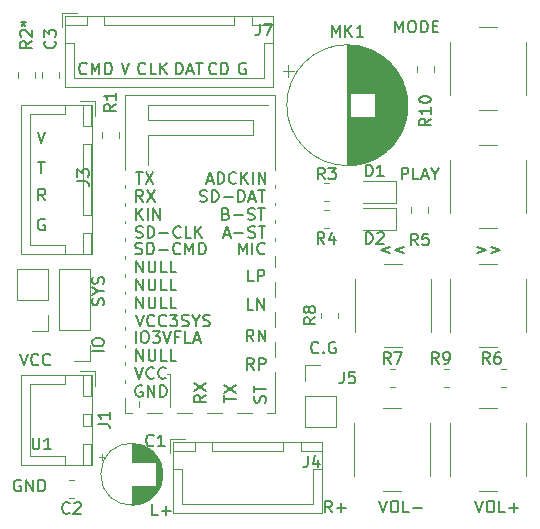
<source format=gto>
G04 #@! TF.GenerationSoftware,KiCad,Pcbnew,5.1.9+dfsg1-1+deb11u1*
G04 #@! TF.CreationDate,2023-05-29T16:58:53+09:00*
G04 #@! TF.ProjectId,bluetooth_JDY-67_dev_board,626c7565-746f-46f7-9468-5f4a44592d36,rev?*
G04 #@! TF.SameCoordinates,Original*
G04 #@! TF.FileFunction,Legend,Top*
G04 #@! TF.FilePolarity,Positive*
%FSLAX46Y46*%
G04 Gerber Fmt 4.6, Leading zero omitted, Abs format (unit mm)*
G04 Created by KiCad (PCBNEW 5.1.9+dfsg1-1+deb11u1) date 2023-05-29 16:58:53*
%MOMM*%
%LPD*%
G01*
G04 APERTURE LIST*
%ADD10C,0.150000*%
%ADD11C,0.120000*%
%ADD12R,1.600000X1.600000*%
%ADD13C,1.600000*%
%ADD14O,2.000000X1.700000*%
%ADD15R,1.700000X1.700000*%
%ADD16O,1.700000X1.700000*%
%ADD17O,1.950000X1.700000*%
%ADD18O,1.700000X1.950000*%
%ADD19C,2.000000*%
%ADD20R,2.000000X1.200000*%
%ADD21R,1.200000X2.000000*%
G04 APERTURE END LIST*
D10*
X98044000Y-77938380D02*
X98044000Y-78176476D01*
X97805904Y-78081238D02*
X98044000Y-78176476D01*
X98282095Y-78081238D01*
X97901142Y-78366952D02*
X98044000Y-78176476D01*
X98186857Y-78366952D01*
X129047904Y-97067714D02*
X128286000Y-97353428D01*
X129047904Y-97639142D01*
X130286000Y-97067714D02*
X129524095Y-97353428D01*
X130286000Y-97639142D01*
X136414000Y-97067714D02*
X137175904Y-97353428D01*
X136414000Y-97639142D01*
X137652095Y-97067714D02*
X138414000Y-97353428D01*
X137652095Y-97639142D01*
X123015428Y-106021142D02*
X122967809Y-106068761D01*
X122824952Y-106116380D01*
X122729714Y-106116380D01*
X122586857Y-106068761D01*
X122491619Y-105973523D01*
X122444000Y-105878285D01*
X122396380Y-105687809D01*
X122396380Y-105544952D01*
X122444000Y-105354476D01*
X122491619Y-105259238D01*
X122586857Y-105164000D01*
X122729714Y-105116380D01*
X122824952Y-105116380D01*
X122967809Y-105164000D01*
X123015428Y-105211619D01*
X123444000Y-106021142D02*
X123491619Y-106068761D01*
X123444000Y-106116380D01*
X123396380Y-106068761D01*
X123444000Y-106021142D01*
X123444000Y-106116380D01*
X124444000Y-105164000D02*
X124348761Y-105116380D01*
X124205904Y-105116380D01*
X124063047Y-105164000D01*
X123967809Y-105259238D01*
X123920190Y-105354476D01*
X123872571Y-105544952D01*
X123872571Y-105687809D01*
X123920190Y-105878285D01*
X123967809Y-105973523D01*
X124063047Y-106068761D01*
X124205904Y-106116380D01*
X124301142Y-106116380D01*
X124444000Y-106068761D01*
X124491619Y-106021142D01*
X124491619Y-105687809D01*
X124301142Y-105687809D01*
X104798761Y-102028476D02*
X104846380Y-101885619D01*
X104846380Y-101647523D01*
X104798761Y-101552285D01*
X104751142Y-101504666D01*
X104655904Y-101457047D01*
X104560666Y-101457047D01*
X104465428Y-101504666D01*
X104417809Y-101552285D01*
X104370190Y-101647523D01*
X104322571Y-101838000D01*
X104274952Y-101933238D01*
X104227333Y-101980857D01*
X104132095Y-102028476D01*
X104036857Y-102028476D01*
X103941619Y-101980857D01*
X103894000Y-101933238D01*
X103846380Y-101838000D01*
X103846380Y-101599904D01*
X103894000Y-101457047D01*
X104370190Y-100838000D02*
X104846380Y-100838000D01*
X103846380Y-101171333D02*
X104370190Y-100838000D01*
X103846380Y-100504666D01*
X104798761Y-100218952D02*
X104846380Y-100076095D01*
X104846380Y-99838000D01*
X104798761Y-99742761D01*
X104751142Y-99695142D01*
X104655904Y-99647523D01*
X104560666Y-99647523D01*
X104465428Y-99695142D01*
X104417809Y-99742761D01*
X104370190Y-99838000D01*
X104322571Y-100028476D01*
X104274952Y-100123714D01*
X104227333Y-100171333D01*
X104132095Y-100218952D01*
X104036857Y-100218952D01*
X103941619Y-100171333D01*
X103894000Y-100123714D01*
X103846380Y-100028476D01*
X103846380Y-99790380D01*
X103894000Y-99647523D01*
X104846380Y-105933809D02*
X103846380Y-105933809D01*
X103846380Y-105267142D02*
X103846380Y-105076666D01*
X103894000Y-104981428D01*
X103989238Y-104886190D01*
X104179714Y-104838571D01*
X104513047Y-104838571D01*
X104703523Y-104886190D01*
X104798761Y-104981428D01*
X104846380Y-105076666D01*
X104846380Y-105267142D01*
X104798761Y-105362380D01*
X104703523Y-105457619D01*
X104513047Y-105505238D01*
X104179714Y-105505238D01*
X103989238Y-105457619D01*
X103894000Y-105362380D01*
X103846380Y-105267142D01*
X114363523Y-82399142D02*
X114315904Y-82446761D01*
X114173047Y-82494380D01*
X114077809Y-82494380D01*
X113934952Y-82446761D01*
X113839714Y-82351523D01*
X113792095Y-82256285D01*
X113744476Y-82065809D01*
X113744476Y-81922952D01*
X113792095Y-81732476D01*
X113839714Y-81637238D01*
X113934952Y-81542000D01*
X114077809Y-81494380D01*
X114173047Y-81494380D01*
X114315904Y-81542000D01*
X114363523Y-81589619D01*
X114792095Y-82494380D02*
X114792095Y-81494380D01*
X115030190Y-81494380D01*
X115173047Y-81542000D01*
X115268285Y-81637238D01*
X115315904Y-81732476D01*
X115363523Y-81922952D01*
X115363523Y-82065809D01*
X115315904Y-82256285D01*
X115268285Y-82351523D01*
X115173047Y-82446761D01*
X115030190Y-82494380D01*
X114792095Y-82494380D01*
X116847904Y-81542000D02*
X116752666Y-81494380D01*
X116609809Y-81494380D01*
X116466952Y-81542000D01*
X116371714Y-81637238D01*
X116324095Y-81732476D01*
X116276476Y-81922952D01*
X116276476Y-82065809D01*
X116324095Y-82256285D01*
X116371714Y-82351523D01*
X116466952Y-82446761D01*
X116609809Y-82494380D01*
X116705047Y-82494380D01*
X116847904Y-82446761D01*
X116895523Y-82399142D01*
X116895523Y-82065809D01*
X116705047Y-82065809D01*
X106346666Y-81494380D02*
X106680000Y-82494380D01*
X107013333Y-81494380D01*
X110942571Y-82494380D02*
X110942571Y-81494380D01*
X111180666Y-81494380D01*
X111323523Y-81542000D01*
X111418761Y-81637238D01*
X111466380Y-81732476D01*
X111514000Y-81922952D01*
X111514000Y-82065809D01*
X111466380Y-82256285D01*
X111418761Y-82351523D01*
X111323523Y-82446761D01*
X111180666Y-82494380D01*
X110942571Y-82494380D01*
X111894952Y-82208666D02*
X112371142Y-82208666D01*
X111799714Y-82494380D02*
X112133047Y-81494380D01*
X112466380Y-82494380D01*
X112656857Y-81494380D02*
X113228285Y-81494380D01*
X112942571Y-82494380D02*
X112942571Y-81494380D01*
X108370761Y-82399142D02*
X108323142Y-82446761D01*
X108180285Y-82494380D01*
X108085047Y-82494380D01*
X107942190Y-82446761D01*
X107846952Y-82351523D01*
X107799333Y-82256285D01*
X107751714Y-82065809D01*
X107751714Y-81922952D01*
X107799333Y-81732476D01*
X107846952Y-81637238D01*
X107942190Y-81542000D01*
X108085047Y-81494380D01*
X108180285Y-81494380D01*
X108323142Y-81542000D01*
X108370761Y-81589619D01*
X109275523Y-82494380D02*
X108799333Y-82494380D01*
X108799333Y-81494380D01*
X109608857Y-82494380D02*
X109608857Y-81494380D01*
X110180285Y-82494380D02*
X109751714Y-81922952D01*
X110180285Y-81494380D02*
X109608857Y-82065809D01*
X103378095Y-82399142D02*
X103330476Y-82446761D01*
X103187619Y-82494380D01*
X103092380Y-82494380D01*
X102949523Y-82446761D01*
X102854285Y-82351523D01*
X102806666Y-82256285D01*
X102759047Y-82065809D01*
X102759047Y-81922952D01*
X102806666Y-81732476D01*
X102854285Y-81637238D01*
X102949523Y-81542000D01*
X103092380Y-81494380D01*
X103187619Y-81494380D01*
X103330476Y-81542000D01*
X103378095Y-81589619D01*
X103806666Y-82494380D02*
X103806666Y-81494380D01*
X104140000Y-82208666D01*
X104473333Y-81494380D01*
X104473333Y-82494380D01*
X104949523Y-82494380D02*
X104949523Y-81494380D01*
X105187619Y-81494380D01*
X105330476Y-81542000D01*
X105425714Y-81637238D01*
X105473333Y-81732476D01*
X105520952Y-81922952D01*
X105520952Y-82065809D01*
X105473333Y-82256285D01*
X105425714Y-82351523D01*
X105330476Y-82446761D01*
X105187619Y-82494380D01*
X104949523Y-82494380D01*
X99829904Y-94750000D02*
X99734666Y-94702380D01*
X99591809Y-94702380D01*
X99448952Y-94750000D01*
X99353714Y-94845238D01*
X99306095Y-94940476D01*
X99258476Y-95130952D01*
X99258476Y-95273809D01*
X99306095Y-95464285D01*
X99353714Y-95559523D01*
X99448952Y-95654761D01*
X99591809Y-95702380D01*
X99687047Y-95702380D01*
X99829904Y-95654761D01*
X99877523Y-95607142D01*
X99877523Y-95273809D01*
X99687047Y-95273809D01*
X99877523Y-93162380D02*
X99544190Y-92686190D01*
X99306095Y-93162380D02*
X99306095Y-92162380D01*
X99687047Y-92162380D01*
X99782285Y-92210000D01*
X99829904Y-92257619D01*
X99877523Y-92352857D01*
X99877523Y-92495714D01*
X99829904Y-92590952D01*
X99782285Y-92638571D01*
X99687047Y-92686190D01*
X99306095Y-92686190D01*
X99282285Y-89876380D02*
X99853714Y-89876380D01*
X99568000Y-90876380D02*
X99568000Y-89876380D01*
X99234666Y-87336380D02*
X99568000Y-88336380D01*
X99901333Y-87336380D01*
X97790095Y-116848000D02*
X97694857Y-116800380D01*
X97552000Y-116800380D01*
X97409142Y-116848000D01*
X97313904Y-116943238D01*
X97266285Y-117038476D01*
X97218666Y-117228952D01*
X97218666Y-117371809D01*
X97266285Y-117562285D01*
X97313904Y-117657523D01*
X97409142Y-117752761D01*
X97552000Y-117800380D01*
X97647238Y-117800380D01*
X97790095Y-117752761D01*
X97837714Y-117705142D01*
X97837714Y-117371809D01*
X97647238Y-117371809D01*
X98266285Y-117800380D02*
X98266285Y-116800380D01*
X98837714Y-117800380D01*
X98837714Y-116800380D01*
X99313904Y-117800380D02*
X99313904Y-116800380D01*
X99552000Y-116800380D01*
X99694857Y-116848000D01*
X99790095Y-116943238D01*
X99837714Y-117038476D01*
X99885333Y-117228952D01*
X99885333Y-117371809D01*
X99837714Y-117562285D01*
X99790095Y-117657523D01*
X99694857Y-117752761D01*
X99552000Y-117800380D01*
X99313904Y-117800380D01*
X97726666Y-106132380D02*
X98060000Y-107132380D01*
X98393333Y-106132380D01*
X99298095Y-107037142D02*
X99250476Y-107084761D01*
X99107619Y-107132380D01*
X99012380Y-107132380D01*
X98869523Y-107084761D01*
X98774285Y-106989523D01*
X98726666Y-106894285D01*
X98679047Y-106703809D01*
X98679047Y-106560952D01*
X98726666Y-106370476D01*
X98774285Y-106275238D01*
X98869523Y-106180000D01*
X99012380Y-106132380D01*
X99107619Y-106132380D01*
X99250476Y-106180000D01*
X99298095Y-106227619D01*
X100298095Y-107037142D02*
X100250476Y-107084761D01*
X100107619Y-107132380D01*
X100012380Y-107132380D01*
X99869523Y-107084761D01*
X99774285Y-106989523D01*
X99726666Y-106894285D01*
X99679047Y-106703809D01*
X99679047Y-106560952D01*
X99726666Y-106370476D01*
X99774285Y-106275238D01*
X99869523Y-106180000D01*
X100012380Y-106132380D01*
X100107619Y-106132380D01*
X100250476Y-106180000D01*
X100298095Y-106227619D01*
X130048190Y-91384380D02*
X130048190Y-90384380D01*
X130429142Y-90384380D01*
X130524380Y-90432000D01*
X130572000Y-90479619D01*
X130619619Y-90574857D01*
X130619619Y-90717714D01*
X130572000Y-90812952D01*
X130524380Y-90860571D01*
X130429142Y-90908190D01*
X130048190Y-90908190D01*
X131524380Y-91384380D02*
X131048190Y-91384380D01*
X131048190Y-90384380D01*
X131810095Y-91098666D02*
X132286285Y-91098666D01*
X131714857Y-91384380D02*
X132048190Y-90384380D01*
X132381523Y-91384380D01*
X132905333Y-90908190D02*
X132905333Y-91384380D01*
X132572000Y-90384380D02*
X132905333Y-90908190D01*
X133238666Y-90384380D01*
X129508476Y-78938380D02*
X129508476Y-77938380D01*
X129841809Y-78652666D01*
X130175142Y-77938380D01*
X130175142Y-78938380D01*
X130841809Y-77938380D02*
X131032285Y-77938380D01*
X131127523Y-77986000D01*
X131222761Y-78081238D01*
X131270380Y-78271714D01*
X131270380Y-78605047D01*
X131222761Y-78795523D01*
X131127523Y-78890761D01*
X131032285Y-78938380D01*
X130841809Y-78938380D01*
X130746571Y-78890761D01*
X130651333Y-78795523D01*
X130603714Y-78605047D01*
X130603714Y-78271714D01*
X130651333Y-78081238D01*
X130746571Y-77986000D01*
X130841809Y-77938380D01*
X131698952Y-78938380D02*
X131698952Y-77938380D01*
X131937047Y-77938380D01*
X132079904Y-77986000D01*
X132175142Y-78081238D01*
X132222761Y-78176476D01*
X132270380Y-78366952D01*
X132270380Y-78509809D01*
X132222761Y-78700285D01*
X132175142Y-78795523D01*
X132079904Y-78890761D01*
X131937047Y-78938380D01*
X131698952Y-78938380D01*
X132698952Y-78414571D02*
X133032285Y-78414571D01*
X133175142Y-78938380D02*
X132698952Y-78938380D01*
X132698952Y-77938380D01*
X133175142Y-77938380D01*
X128167047Y-118578380D02*
X128500380Y-119578380D01*
X128833714Y-118578380D01*
X129357523Y-118578380D02*
X129548000Y-118578380D01*
X129643238Y-118626000D01*
X129738476Y-118721238D01*
X129786095Y-118911714D01*
X129786095Y-119245047D01*
X129738476Y-119435523D01*
X129643238Y-119530761D01*
X129548000Y-119578380D01*
X129357523Y-119578380D01*
X129262285Y-119530761D01*
X129167047Y-119435523D01*
X129119428Y-119245047D01*
X129119428Y-118911714D01*
X129167047Y-118721238D01*
X129262285Y-118626000D01*
X129357523Y-118578380D01*
X130690857Y-119578380D02*
X130214666Y-119578380D01*
X130214666Y-118578380D01*
X131024190Y-119197428D02*
X131786095Y-119197428D01*
X136295047Y-118578380D02*
X136628380Y-119578380D01*
X136961714Y-118578380D01*
X137485523Y-118578380D02*
X137676000Y-118578380D01*
X137771238Y-118626000D01*
X137866476Y-118721238D01*
X137914095Y-118911714D01*
X137914095Y-119245047D01*
X137866476Y-119435523D01*
X137771238Y-119530761D01*
X137676000Y-119578380D01*
X137485523Y-119578380D01*
X137390285Y-119530761D01*
X137295047Y-119435523D01*
X137247428Y-119245047D01*
X137247428Y-118911714D01*
X137295047Y-118721238D01*
X137390285Y-118626000D01*
X137485523Y-118578380D01*
X138818857Y-119578380D02*
X138342666Y-119578380D01*
X138342666Y-118578380D01*
X139152190Y-119197428D02*
X139914095Y-119197428D01*
X139533142Y-119578380D02*
X139533142Y-118816476D01*
X124150476Y-119578380D02*
X123817142Y-119102190D01*
X123579047Y-119578380D02*
X123579047Y-118578380D01*
X123960000Y-118578380D01*
X124055238Y-118626000D01*
X124102857Y-118673619D01*
X124150476Y-118768857D01*
X124150476Y-118911714D01*
X124102857Y-119006952D01*
X124055238Y-119054571D01*
X123960000Y-119102190D01*
X123579047Y-119102190D01*
X124579047Y-119197428D02*
X125340952Y-119197428D01*
X124960000Y-119578380D02*
X124960000Y-118816476D01*
X109418476Y-119832380D02*
X108942285Y-119832380D01*
X108942285Y-118832380D01*
X109751809Y-119451428D02*
X110513714Y-119451428D01*
X110132761Y-119832380D02*
X110132761Y-119070476D01*
D11*
X109824000Y-116332000D02*
G75*
G03*
X109824000Y-116332000I-2620000J0D01*
G01*
X107204000Y-117372000D02*
X107204000Y-118912000D01*
X107204000Y-113752000D02*
X107204000Y-115292000D01*
X107244000Y-117372000D02*
X107244000Y-118912000D01*
X107244000Y-113752000D02*
X107244000Y-115292000D01*
X107284000Y-113753000D02*
X107284000Y-115292000D01*
X107284000Y-117372000D02*
X107284000Y-118911000D01*
X107324000Y-113754000D02*
X107324000Y-115292000D01*
X107324000Y-117372000D02*
X107324000Y-118910000D01*
X107364000Y-113756000D02*
X107364000Y-115292000D01*
X107364000Y-117372000D02*
X107364000Y-118908000D01*
X107404000Y-113759000D02*
X107404000Y-115292000D01*
X107404000Y-117372000D02*
X107404000Y-118905000D01*
X107444000Y-113763000D02*
X107444000Y-115292000D01*
X107444000Y-117372000D02*
X107444000Y-118901000D01*
X107484000Y-113767000D02*
X107484000Y-115292000D01*
X107484000Y-117372000D02*
X107484000Y-118897000D01*
X107524000Y-113771000D02*
X107524000Y-115292000D01*
X107524000Y-117372000D02*
X107524000Y-118893000D01*
X107564000Y-113776000D02*
X107564000Y-115292000D01*
X107564000Y-117372000D02*
X107564000Y-118888000D01*
X107604000Y-113782000D02*
X107604000Y-115292000D01*
X107604000Y-117372000D02*
X107604000Y-118882000D01*
X107644000Y-113789000D02*
X107644000Y-115292000D01*
X107644000Y-117372000D02*
X107644000Y-118875000D01*
X107684000Y-113796000D02*
X107684000Y-115292000D01*
X107684000Y-117372000D02*
X107684000Y-118868000D01*
X107724000Y-113804000D02*
X107724000Y-115292000D01*
X107724000Y-117372000D02*
X107724000Y-118860000D01*
X107764000Y-113812000D02*
X107764000Y-115292000D01*
X107764000Y-117372000D02*
X107764000Y-118852000D01*
X107804000Y-113821000D02*
X107804000Y-115292000D01*
X107804000Y-117372000D02*
X107804000Y-118843000D01*
X107844000Y-113831000D02*
X107844000Y-115292000D01*
X107844000Y-117372000D02*
X107844000Y-118833000D01*
X107884000Y-113841000D02*
X107884000Y-115292000D01*
X107884000Y-117372000D02*
X107884000Y-118823000D01*
X107925000Y-113852000D02*
X107925000Y-115292000D01*
X107925000Y-117372000D02*
X107925000Y-118812000D01*
X107965000Y-113864000D02*
X107965000Y-115292000D01*
X107965000Y-117372000D02*
X107965000Y-118800000D01*
X108005000Y-113877000D02*
X108005000Y-115292000D01*
X108005000Y-117372000D02*
X108005000Y-118787000D01*
X108045000Y-113890000D02*
X108045000Y-115292000D01*
X108045000Y-117372000D02*
X108045000Y-118774000D01*
X108085000Y-113904000D02*
X108085000Y-115292000D01*
X108085000Y-117372000D02*
X108085000Y-118760000D01*
X108125000Y-113918000D02*
X108125000Y-115292000D01*
X108125000Y-117372000D02*
X108125000Y-118746000D01*
X108165000Y-113934000D02*
X108165000Y-115292000D01*
X108165000Y-117372000D02*
X108165000Y-118730000D01*
X108205000Y-113950000D02*
X108205000Y-115292000D01*
X108205000Y-117372000D02*
X108205000Y-118714000D01*
X108245000Y-113967000D02*
X108245000Y-115292000D01*
X108245000Y-117372000D02*
X108245000Y-118697000D01*
X108285000Y-113984000D02*
X108285000Y-115292000D01*
X108285000Y-117372000D02*
X108285000Y-118680000D01*
X108325000Y-114003000D02*
X108325000Y-115292000D01*
X108325000Y-117372000D02*
X108325000Y-118661000D01*
X108365000Y-114022000D02*
X108365000Y-115292000D01*
X108365000Y-117372000D02*
X108365000Y-118642000D01*
X108405000Y-114042000D02*
X108405000Y-115292000D01*
X108405000Y-117372000D02*
X108405000Y-118622000D01*
X108445000Y-114064000D02*
X108445000Y-115292000D01*
X108445000Y-117372000D02*
X108445000Y-118600000D01*
X108485000Y-114085000D02*
X108485000Y-115292000D01*
X108485000Y-117372000D02*
X108485000Y-118579000D01*
X108525000Y-114108000D02*
X108525000Y-115292000D01*
X108525000Y-117372000D02*
X108525000Y-118556000D01*
X108565000Y-114132000D02*
X108565000Y-115292000D01*
X108565000Y-117372000D02*
X108565000Y-118532000D01*
X108605000Y-114157000D02*
X108605000Y-115292000D01*
X108605000Y-117372000D02*
X108605000Y-118507000D01*
X108645000Y-114183000D02*
X108645000Y-115292000D01*
X108645000Y-117372000D02*
X108645000Y-118481000D01*
X108685000Y-114210000D02*
X108685000Y-115292000D01*
X108685000Y-117372000D02*
X108685000Y-118454000D01*
X108725000Y-114237000D02*
X108725000Y-115292000D01*
X108725000Y-117372000D02*
X108725000Y-118427000D01*
X108765000Y-114267000D02*
X108765000Y-115292000D01*
X108765000Y-117372000D02*
X108765000Y-118397000D01*
X108805000Y-114297000D02*
X108805000Y-115292000D01*
X108805000Y-117372000D02*
X108805000Y-118367000D01*
X108845000Y-114328000D02*
X108845000Y-115292000D01*
X108845000Y-117372000D02*
X108845000Y-118336000D01*
X108885000Y-114361000D02*
X108885000Y-115292000D01*
X108885000Y-117372000D02*
X108885000Y-118303000D01*
X108925000Y-114395000D02*
X108925000Y-115292000D01*
X108925000Y-117372000D02*
X108925000Y-118269000D01*
X108965000Y-114431000D02*
X108965000Y-115292000D01*
X108965000Y-117372000D02*
X108965000Y-118233000D01*
X109005000Y-114468000D02*
X109005000Y-115292000D01*
X109005000Y-117372000D02*
X109005000Y-118196000D01*
X109045000Y-114506000D02*
X109045000Y-115292000D01*
X109045000Y-117372000D02*
X109045000Y-118158000D01*
X109085000Y-114547000D02*
X109085000Y-115292000D01*
X109085000Y-117372000D02*
X109085000Y-118117000D01*
X109125000Y-114589000D02*
X109125000Y-115292000D01*
X109125000Y-117372000D02*
X109125000Y-118075000D01*
X109165000Y-114633000D02*
X109165000Y-115292000D01*
X109165000Y-117372000D02*
X109165000Y-118031000D01*
X109205000Y-114679000D02*
X109205000Y-115292000D01*
X109205000Y-117372000D02*
X109205000Y-117985000D01*
X109245000Y-114727000D02*
X109245000Y-117937000D01*
X109285000Y-114778000D02*
X109285000Y-117886000D01*
X109325000Y-114832000D02*
X109325000Y-117832000D01*
X109365000Y-114889000D02*
X109365000Y-117775000D01*
X109405000Y-114949000D02*
X109405000Y-117715000D01*
X109445000Y-115013000D02*
X109445000Y-117651000D01*
X109485000Y-115081000D02*
X109485000Y-117583000D01*
X109525000Y-115154000D02*
X109525000Y-117510000D01*
X109565000Y-115234000D02*
X109565000Y-117430000D01*
X109605000Y-115321000D02*
X109605000Y-117343000D01*
X109645000Y-115417000D02*
X109645000Y-117247000D01*
X109685000Y-115527000D02*
X109685000Y-117137000D01*
X109725000Y-115655000D02*
X109725000Y-117009000D01*
X109765000Y-115814000D02*
X109765000Y-116850000D01*
X109805000Y-116048000D02*
X109805000Y-116616000D01*
X104399225Y-114857000D02*
X104899225Y-114857000D01*
X104649225Y-114607000D02*
X104649225Y-115107000D01*
X102335064Y-118337000D02*
X101880936Y-118337000D01*
X102335064Y-116867000D02*
X101880936Y-116867000D01*
X101065000Y-82777064D02*
X101065000Y-82322936D01*
X99595000Y-82777064D02*
X99595000Y-82322936D01*
X126762000Y-93416000D02*
X129622000Y-93416000D01*
X129622000Y-93416000D02*
X129622000Y-91496000D01*
X129622000Y-91496000D02*
X126762000Y-91496000D01*
X129622000Y-93782000D02*
X126762000Y-93782000D01*
X129622000Y-95702000D02*
X129622000Y-93782000D01*
X126762000Y-95702000D02*
X129622000Y-95702000D01*
X103806000Y-107930000D02*
X97836000Y-107930000D01*
X97836000Y-107930000D02*
X97836000Y-115550000D01*
X97836000Y-115550000D02*
X103806000Y-115550000D01*
X103806000Y-115550000D02*
X103806000Y-107930000D01*
X103796000Y-111240000D02*
X103046000Y-111240000D01*
X103046000Y-111240000D02*
X103046000Y-112240000D01*
X103046000Y-112240000D02*
X103796000Y-112240000D01*
X103796000Y-112240000D02*
X103796000Y-111240000D01*
X103796000Y-107940000D02*
X103046000Y-107940000D01*
X103046000Y-107940000D02*
X103046000Y-109740000D01*
X103046000Y-109740000D02*
X103796000Y-109740000D01*
X103796000Y-109740000D02*
X103796000Y-107940000D01*
X103796000Y-113740000D02*
X103046000Y-113740000D01*
X103046000Y-113740000D02*
X103046000Y-115540000D01*
X103046000Y-115540000D02*
X103796000Y-115540000D01*
X103796000Y-115540000D02*
X103796000Y-113740000D01*
X101546000Y-107940000D02*
X101546000Y-108690000D01*
X101546000Y-108690000D02*
X98596000Y-108690000D01*
X98596000Y-108690000D02*
X98596000Y-111740000D01*
X101546000Y-115540000D02*
X101546000Y-114790000D01*
X101546000Y-114790000D02*
X98596000Y-114790000D01*
X98596000Y-114790000D02*
X98596000Y-111740000D01*
X104096000Y-108890000D02*
X104096000Y-107640000D01*
X104096000Y-107640000D02*
X102846000Y-107640000D01*
X100136000Y-99000000D02*
X97476000Y-99000000D01*
X100136000Y-101600000D02*
X100136000Y-99000000D01*
X97476000Y-101600000D02*
X97476000Y-99000000D01*
X100136000Y-101600000D02*
X97476000Y-101600000D01*
X100136000Y-102870000D02*
X100136000Y-104200000D01*
X100136000Y-104200000D02*
X98806000Y-104200000D01*
X103806000Y-85070000D02*
X97836000Y-85070000D01*
X97836000Y-85070000D02*
X97836000Y-97690000D01*
X97836000Y-97690000D02*
X103806000Y-97690000D01*
X103806000Y-97690000D02*
X103806000Y-85070000D01*
X103796000Y-88380000D02*
X103046000Y-88380000D01*
X103046000Y-88380000D02*
X103046000Y-94380000D01*
X103046000Y-94380000D02*
X103796000Y-94380000D01*
X103796000Y-94380000D02*
X103796000Y-88380000D01*
X103796000Y-85080000D02*
X103046000Y-85080000D01*
X103046000Y-85080000D02*
X103046000Y-86880000D01*
X103046000Y-86880000D02*
X103796000Y-86880000D01*
X103796000Y-86880000D02*
X103796000Y-85080000D01*
X103796000Y-95880000D02*
X103046000Y-95880000D01*
X103046000Y-95880000D02*
X103046000Y-97680000D01*
X103046000Y-97680000D02*
X103796000Y-97680000D01*
X103796000Y-97680000D02*
X103796000Y-95880000D01*
X101546000Y-85080000D02*
X101546000Y-85830000D01*
X101546000Y-85830000D02*
X98596000Y-85830000D01*
X98596000Y-85830000D02*
X98596000Y-91380000D01*
X101546000Y-97680000D02*
X101546000Y-96930000D01*
X101546000Y-96930000D02*
X98596000Y-96930000D01*
X98596000Y-96930000D02*
X98596000Y-91380000D01*
X104096000Y-86030000D02*
X104096000Y-84780000D01*
X104096000Y-84780000D02*
X102846000Y-84780000D01*
X110434000Y-113328000D02*
X110434000Y-114578000D01*
X111684000Y-113328000D02*
X110434000Y-113328000D01*
X122584000Y-118828000D02*
X117034000Y-118828000D01*
X122584000Y-115878000D02*
X122584000Y-118828000D01*
X123334000Y-115878000D02*
X122584000Y-115878000D01*
X111484000Y-118828000D02*
X117034000Y-118828000D01*
X111484000Y-115878000D02*
X111484000Y-118828000D01*
X110734000Y-115878000D02*
X111484000Y-115878000D01*
X123334000Y-113628000D02*
X121534000Y-113628000D01*
X123334000Y-114378000D02*
X123334000Y-113628000D01*
X121534000Y-114378000D02*
X123334000Y-114378000D01*
X121534000Y-113628000D02*
X121534000Y-114378000D01*
X112534000Y-113628000D02*
X110734000Y-113628000D01*
X112534000Y-114378000D02*
X112534000Y-113628000D01*
X110734000Y-114378000D02*
X112534000Y-114378000D01*
X110734000Y-113628000D02*
X110734000Y-114378000D01*
X120034000Y-113628000D02*
X114034000Y-113628000D01*
X120034000Y-114378000D02*
X120034000Y-113628000D01*
X114034000Y-114378000D02*
X120034000Y-114378000D01*
X114034000Y-113628000D02*
X114034000Y-114378000D01*
X123344000Y-113618000D02*
X110724000Y-113618000D01*
X123344000Y-119588000D02*
X123344000Y-113618000D01*
X110724000Y-119588000D02*
X123344000Y-119588000D01*
X110724000Y-113618000D02*
X110724000Y-119588000D01*
X121860000Y-107128000D02*
X123190000Y-107128000D01*
X121860000Y-108458000D02*
X121860000Y-107128000D01*
X121860000Y-109728000D02*
X124520000Y-109728000D01*
X124520000Y-109728000D02*
X124520000Y-112328000D01*
X121860000Y-109728000D02*
X121860000Y-112328000D01*
X121860000Y-112328000D02*
X124520000Y-112328000D01*
X103692000Y-99000000D02*
X101032000Y-99000000D01*
X103692000Y-104140000D02*
X103692000Y-99000000D01*
X101032000Y-104140000D02*
X101032000Y-99000000D01*
X103692000Y-104140000D02*
X101032000Y-104140000D01*
X103692000Y-105410000D02*
X103692000Y-106740000D01*
X103692000Y-106740000D02*
X102362000Y-106740000D01*
X101580000Y-77550000D02*
X101580000Y-83520000D01*
X101580000Y-83520000D02*
X119200000Y-83520000D01*
X119200000Y-83520000D02*
X119200000Y-77550000D01*
X119200000Y-77550000D02*
X101580000Y-77550000D01*
X104890000Y-77560000D02*
X104890000Y-78310000D01*
X104890000Y-78310000D02*
X115890000Y-78310000D01*
X115890000Y-78310000D02*
X115890000Y-77560000D01*
X115890000Y-77560000D02*
X104890000Y-77560000D01*
X101590000Y-77560000D02*
X101590000Y-78310000D01*
X101590000Y-78310000D02*
X103390000Y-78310000D01*
X103390000Y-78310000D02*
X103390000Y-77560000D01*
X103390000Y-77560000D02*
X101590000Y-77560000D01*
X117390000Y-77560000D02*
X117390000Y-78310000D01*
X117390000Y-78310000D02*
X119190000Y-78310000D01*
X119190000Y-78310000D02*
X119190000Y-77560000D01*
X119190000Y-77560000D02*
X117390000Y-77560000D01*
X101590000Y-79810000D02*
X102340000Y-79810000D01*
X102340000Y-79810000D02*
X102340000Y-82760000D01*
X102340000Y-82760000D02*
X110390000Y-82760000D01*
X119190000Y-79810000D02*
X118440000Y-79810000D01*
X118440000Y-79810000D02*
X118440000Y-82760000D01*
X118440000Y-82760000D02*
X110390000Y-82760000D01*
X102540000Y-77260000D02*
X101290000Y-77260000D01*
X101290000Y-77260000D02*
X101290000Y-78510000D01*
X130576000Y-85090000D02*
G75*
G03*
X130576000Y-85090000I-5120000J0D01*
G01*
X125456000Y-80010000D02*
X125456000Y-90170000D01*
X125496000Y-80010000D02*
X125496000Y-90170000D01*
X125536000Y-80010000D02*
X125536000Y-90170000D01*
X125576000Y-80011000D02*
X125576000Y-90169000D01*
X125616000Y-80012000D02*
X125616000Y-90168000D01*
X125656000Y-80013000D02*
X125656000Y-90167000D01*
X125696000Y-80015000D02*
X125696000Y-84050000D01*
X125696000Y-86130000D02*
X125696000Y-90165000D01*
X125736000Y-80017000D02*
X125736000Y-84050000D01*
X125736000Y-86130000D02*
X125736000Y-90163000D01*
X125776000Y-80020000D02*
X125776000Y-84050000D01*
X125776000Y-86130000D02*
X125776000Y-90160000D01*
X125816000Y-80022000D02*
X125816000Y-84050000D01*
X125816000Y-86130000D02*
X125816000Y-90158000D01*
X125856000Y-80025000D02*
X125856000Y-84050000D01*
X125856000Y-86130000D02*
X125856000Y-90155000D01*
X125896000Y-80028000D02*
X125896000Y-84050000D01*
X125896000Y-86130000D02*
X125896000Y-90152000D01*
X125936000Y-80032000D02*
X125936000Y-84050000D01*
X125936000Y-86130000D02*
X125936000Y-90148000D01*
X125976000Y-80036000D02*
X125976000Y-84050000D01*
X125976000Y-86130000D02*
X125976000Y-90144000D01*
X126016000Y-80040000D02*
X126016000Y-84050000D01*
X126016000Y-86130000D02*
X126016000Y-90140000D01*
X126056000Y-80045000D02*
X126056000Y-84050000D01*
X126056000Y-86130000D02*
X126056000Y-90135000D01*
X126096000Y-80050000D02*
X126096000Y-84050000D01*
X126096000Y-86130000D02*
X126096000Y-90130000D01*
X126136000Y-80055000D02*
X126136000Y-84050000D01*
X126136000Y-86130000D02*
X126136000Y-90125000D01*
X126177000Y-80060000D02*
X126177000Y-84050000D01*
X126177000Y-86130000D02*
X126177000Y-90120000D01*
X126217000Y-80066000D02*
X126217000Y-84050000D01*
X126217000Y-86130000D02*
X126217000Y-90114000D01*
X126257000Y-80072000D02*
X126257000Y-84050000D01*
X126257000Y-86130000D02*
X126257000Y-90108000D01*
X126297000Y-80079000D02*
X126297000Y-84050000D01*
X126297000Y-86130000D02*
X126297000Y-90101000D01*
X126337000Y-80086000D02*
X126337000Y-84050000D01*
X126337000Y-86130000D02*
X126337000Y-90094000D01*
X126377000Y-80093000D02*
X126377000Y-84050000D01*
X126377000Y-86130000D02*
X126377000Y-90087000D01*
X126417000Y-80100000D02*
X126417000Y-84050000D01*
X126417000Y-86130000D02*
X126417000Y-90080000D01*
X126457000Y-80108000D02*
X126457000Y-84050000D01*
X126457000Y-86130000D02*
X126457000Y-90072000D01*
X126497000Y-80116000D02*
X126497000Y-84050000D01*
X126497000Y-86130000D02*
X126497000Y-90064000D01*
X126537000Y-80125000D02*
X126537000Y-84050000D01*
X126537000Y-86130000D02*
X126537000Y-90055000D01*
X126577000Y-80134000D02*
X126577000Y-84050000D01*
X126577000Y-86130000D02*
X126577000Y-90046000D01*
X126617000Y-80143000D02*
X126617000Y-84050000D01*
X126617000Y-86130000D02*
X126617000Y-90037000D01*
X126657000Y-80152000D02*
X126657000Y-84050000D01*
X126657000Y-86130000D02*
X126657000Y-90028000D01*
X126697000Y-80162000D02*
X126697000Y-84050000D01*
X126697000Y-86130000D02*
X126697000Y-90018000D01*
X126737000Y-80172000D02*
X126737000Y-84050000D01*
X126737000Y-86130000D02*
X126737000Y-90008000D01*
X126777000Y-80183000D02*
X126777000Y-84050000D01*
X126777000Y-86130000D02*
X126777000Y-89997000D01*
X126817000Y-80193000D02*
X126817000Y-84050000D01*
X126817000Y-86130000D02*
X126817000Y-89987000D01*
X126857000Y-80205000D02*
X126857000Y-84050000D01*
X126857000Y-86130000D02*
X126857000Y-89975000D01*
X126897000Y-80216000D02*
X126897000Y-84050000D01*
X126897000Y-86130000D02*
X126897000Y-89964000D01*
X126937000Y-80228000D02*
X126937000Y-84050000D01*
X126937000Y-86130000D02*
X126937000Y-89952000D01*
X126977000Y-80240000D02*
X126977000Y-84050000D01*
X126977000Y-86130000D02*
X126977000Y-89940000D01*
X127017000Y-80253000D02*
X127017000Y-84050000D01*
X127017000Y-86130000D02*
X127017000Y-89927000D01*
X127057000Y-80266000D02*
X127057000Y-84050000D01*
X127057000Y-86130000D02*
X127057000Y-89914000D01*
X127097000Y-80279000D02*
X127097000Y-84050000D01*
X127097000Y-86130000D02*
X127097000Y-89901000D01*
X127137000Y-80293000D02*
X127137000Y-84050000D01*
X127137000Y-86130000D02*
X127137000Y-89887000D01*
X127177000Y-80307000D02*
X127177000Y-84050000D01*
X127177000Y-86130000D02*
X127177000Y-89873000D01*
X127217000Y-80322000D02*
X127217000Y-84050000D01*
X127217000Y-86130000D02*
X127217000Y-89858000D01*
X127257000Y-80336000D02*
X127257000Y-84050000D01*
X127257000Y-86130000D02*
X127257000Y-89844000D01*
X127297000Y-80352000D02*
X127297000Y-84050000D01*
X127297000Y-86130000D02*
X127297000Y-89828000D01*
X127337000Y-80367000D02*
X127337000Y-84050000D01*
X127337000Y-86130000D02*
X127337000Y-89813000D01*
X127377000Y-80383000D02*
X127377000Y-84050000D01*
X127377000Y-86130000D02*
X127377000Y-89797000D01*
X127417000Y-80400000D02*
X127417000Y-84050000D01*
X127417000Y-86130000D02*
X127417000Y-89780000D01*
X127457000Y-80416000D02*
X127457000Y-84050000D01*
X127457000Y-86130000D02*
X127457000Y-89764000D01*
X127497000Y-80433000D02*
X127497000Y-84050000D01*
X127497000Y-86130000D02*
X127497000Y-89747000D01*
X127537000Y-80451000D02*
X127537000Y-84050000D01*
X127537000Y-86130000D02*
X127537000Y-89729000D01*
X127577000Y-80469000D02*
X127577000Y-84050000D01*
X127577000Y-86130000D02*
X127577000Y-89711000D01*
X127617000Y-80487000D02*
X127617000Y-84050000D01*
X127617000Y-86130000D02*
X127617000Y-89693000D01*
X127657000Y-80506000D02*
X127657000Y-84050000D01*
X127657000Y-86130000D02*
X127657000Y-89674000D01*
X127697000Y-80526000D02*
X127697000Y-84050000D01*
X127697000Y-86130000D02*
X127697000Y-89654000D01*
X127737000Y-80545000D02*
X127737000Y-84050000D01*
X127737000Y-86130000D02*
X127737000Y-89635000D01*
X127777000Y-80565000D02*
X127777000Y-89615000D01*
X127817000Y-80586000D02*
X127817000Y-89594000D01*
X127857000Y-80607000D02*
X127857000Y-89573000D01*
X127897000Y-80628000D02*
X127897000Y-89552000D01*
X127937000Y-80650000D02*
X127937000Y-89530000D01*
X127977000Y-80673000D02*
X127977000Y-89507000D01*
X128017000Y-80695000D02*
X128017000Y-89485000D01*
X128057000Y-80719000D02*
X128057000Y-89461000D01*
X128097000Y-80743000D02*
X128097000Y-89437000D01*
X128137000Y-80767000D02*
X128137000Y-89413000D01*
X128177000Y-80792000D02*
X128177000Y-89388000D01*
X128217000Y-80817000D02*
X128217000Y-89363000D01*
X128257000Y-80843000D02*
X128257000Y-89337000D01*
X128297000Y-80869000D02*
X128297000Y-89311000D01*
X128337000Y-80896000D02*
X128337000Y-89284000D01*
X128377000Y-80924000D02*
X128377000Y-89256000D01*
X128417000Y-80952000D02*
X128417000Y-89228000D01*
X128457000Y-80980000D02*
X128457000Y-89200000D01*
X128497000Y-81010000D02*
X128497000Y-89170000D01*
X128537000Y-81040000D02*
X128537000Y-89140000D01*
X128577000Y-81070000D02*
X128577000Y-89110000D01*
X128617000Y-81101000D02*
X128617000Y-89079000D01*
X128657000Y-81133000D02*
X128657000Y-89047000D01*
X128697000Y-81165000D02*
X128697000Y-89015000D01*
X128737000Y-81198000D02*
X128737000Y-88982000D01*
X128777000Y-81232000D02*
X128777000Y-88948000D01*
X128817000Y-81266000D02*
X128817000Y-88914000D01*
X128857000Y-81301000D02*
X128857000Y-88879000D01*
X128897000Y-81337000D02*
X128897000Y-88843000D01*
X128937000Y-81374000D02*
X128937000Y-88806000D01*
X128977000Y-81411000D02*
X128977000Y-88769000D01*
X129017000Y-81450000D02*
X129017000Y-88730000D01*
X129057000Y-81489000D02*
X129057000Y-88691000D01*
X129097000Y-81529000D02*
X129097000Y-88651000D01*
X129137000Y-81570000D02*
X129137000Y-88610000D01*
X129177000Y-81612000D02*
X129177000Y-88568000D01*
X129217000Y-81654000D02*
X129217000Y-88526000D01*
X129257000Y-81698000D02*
X129257000Y-88482000D01*
X129297000Y-81743000D02*
X129297000Y-88437000D01*
X129337000Y-81789000D02*
X129337000Y-88391000D01*
X129377000Y-81836000D02*
X129377000Y-88344000D01*
X129417000Y-81884000D02*
X129417000Y-88296000D01*
X129457000Y-81934000D02*
X129457000Y-88246000D01*
X129497000Y-81984000D02*
X129497000Y-88196000D01*
X129537000Y-82036000D02*
X129537000Y-88144000D01*
X129577000Y-82090000D02*
X129577000Y-88090000D01*
X129617000Y-82145000D02*
X129617000Y-88035000D01*
X129657000Y-82201000D02*
X129657000Y-87979000D01*
X129697000Y-82260000D02*
X129697000Y-87920000D01*
X129737000Y-82320000D02*
X129737000Y-87860000D01*
X129777000Y-82381000D02*
X129777000Y-87799000D01*
X129817000Y-82445000D02*
X129817000Y-87735000D01*
X129857000Y-82511000D02*
X129857000Y-87669000D01*
X129897000Y-82580000D02*
X129897000Y-87600000D01*
X129937000Y-82651000D02*
X129937000Y-87529000D01*
X129977000Y-82725000D02*
X129977000Y-87455000D01*
X130017000Y-82801000D02*
X130017000Y-87379000D01*
X130057000Y-82881000D02*
X130057000Y-87299000D01*
X130097000Y-82965000D02*
X130097000Y-87215000D01*
X130137000Y-83053000D02*
X130137000Y-87127000D01*
X130177000Y-83146000D02*
X130177000Y-87034000D01*
X130217000Y-83244000D02*
X130217000Y-86936000D01*
X130257000Y-83348000D02*
X130257000Y-86832000D01*
X130297000Y-83460000D02*
X130297000Y-86720000D01*
X130337000Y-83580000D02*
X130337000Y-86600000D01*
X130377000Y-83712000D02*
X130377000Y-86468000D01*
X130417000Y-83860000D02*
X130417000Y-86320000D01*
X130457000Y-84028000D02*
X130457000Y-86152000D01*
X130497000Y-84228000D02*
X130497000Y-85952000D01*
X130537000Y-84491000D02*
X130537000Y-85689000D01*
X119976354Y-82215000D02*
X120976354Y-82215000D01*
X120476354Y-81715000D02*
X120476354Y-82715000D01*
X106145000Y-87857064D02*
X106145000Y-87402936D01*
X104675000Y-87857064D02*
X104675000Y-87402936D01*
X99033000Y-82306936D02*
X99033000Y-82761064D01*
X97563000Y-82306936D02*
X97563000Y-82761064D01*
X123909064Y-91721000D02*
X123454936Y-91721000D01*
X123909064Y-93191000D02*
X123454936Y-93191000D01*
X123909064Y-95477000D02*
X123454936Y-95477000D01*
X123909064Y-94007000D02*
X123454936Y-94007000D01*
X130837000Y-94191064D02*
X130837000Y-93736936D01*
X132307000Y-94191064D02*
X132307000Y-93736936D01*
X138472936Y-108939000D02*
X138927064Y-108939000D01*
X138472936Y-107469000D02*
X138927064Y-107469000D01*
X129058936Y-107469000D02*
X129513064Y-107469000D01*
X129058936Y-108939000D02*
X129513064Y-108939000D01*
X124687000Y-103113064D02*
X124687000Y-102658936D01*
X123217000Y-103113064D02*
X123217000Y-102658936D01*
X133646936Y-107469000D02*
X134101064Y-107469000D01*
X133646936Y-108939000D02*
X134101064Y-108939000D01*
X132815000Y-82269064D02*
X132815000Y-81814936D01*
X131345000Y-82269064D02*
X131345000Y-81814936D01*
X140628000Y-94250000D02*
X140628000Y-89750000D01*
X136628000Y-95500000D02*
X138128000Y-95500000D01*
X134128000Y-89750000D02*
X134128000Y-94250000D01*
X138128000Y-88500000D02*
X136628000Y-88500000D01*
X138128000Y-110748000D02*
X136628000Y-110748000D01*
X134128000Y-111998000D02*
X134128000Y-116498000D01*
X136628000Y-117748000D02*
X138128000Y-117748000D01*
X140628000Y-116498000D02*
X140628000Y-111998000D01*
X132500000Y-116475000D02*
X132500000Y-111975000D01*
X128500000Y-117725000D02*
X130000000Y-117725000D01*
X126000000Y-111975000D02*
X126000000Y-116475000D01*
X130000000Y-110725000D02*
X128500000Y-110725000D01*
X130072000Y-98556000D02*
X128572000Y-98556000D01*
X126072000Y-99806000D02*
X126072000Y-104306000D01*
X128572000Y-105556000D02*
X130072000Y-105556000D01*
X132572000Y-104306000D02*
X132572000Y-99806000D01*
X140628000Y-104306000D02*
X140628000Y-99806000D01*
X136628000Y-105556000D02*
X138128000Y-105556000D01*
X134128000Y-99806000D02*
X134128000Y-104306000D01*
X138128000Y-98556000D02*
X136628000Y-98556000D01*
X138128000Y-78490000D02*
X136628000Y-78490000D01*
X134128000Y-79740000D02*
X134128000Y-84240000D01*
X136628000Y-85490000D02*
X138128000Y-85490000D01*
X140628000Y-84240000D02*
X140628000Y-79740000D01*
X106680000Y-111125000D02*
X106680000Y-84201000D01*
X119380000Y-111125000D02*
X119380000Y-84201000D01*
X119380000Y-84201000D02*
X106680000Y-84201000D01*
X106680000Y-111125000D02*
X119380000Y-111125000D01*
X107823000Y-110109000D02*
X107823000Y-110617000D01*
X110490000Y-110617000D02*
X110490000Y-107823000D01*
X110490000Y-107823000D02*
X110236000Y-107823000D01*
X118745000Y-85090000D02*
X108585000Y-85090000D01*
X108585000Y-85090000D02*
X108585000Y-86360000D01*
X108585000Y-86360000D02*
X117475000Y-86360000D01*
X117475000Y-86360000D02*
X117475000Y-87630000D01*
X117475000Y-87630000D02*
X108585000Y-87630000D01*
X108585000Y-87630000D02*
X108585000Y-90170000D01*
D10*
X109053333Y-113895142D02*
X109005714Y-113942761D01*
X108862857Y-113990380D01*
X108767619Y-113990380D01*
X108624761Y-113942761D01*
X108529523Y-113847523D01*
X108481904Y-113752285D01*
X108434285Y-113561809D01*
X108434285Y-113418952D01*
X108481904Y-113228476D01*
X108529523Y-113133238D01*
X108624761Y-113038000D01*
X108767619Y-112990380D01*
X108862857Y-112990380D01*
X109005714Y-113038000D01*
X109053333Y-113085619D01*
X110005714Y-113990380D02*
X109434285Y-113990380D01*
X109720000Y-113990380D02*
X109720000Y-112990380D01*
X109624761Y-113133238D01*
X109529523Y-113228476D01*
X109434285Y-113276095D01*
X101941333Y-119609142D02*
X101893714Y-119656761D01*
X101750857Y-119704380D01*
X101655619Y-119704380D01*
X101512761Y-119656761D01*
X101417523Y-119561523D01*
X101369904Y-119466285D01*
X101322285Y-119275809D01*
X101322285Y-119132952D01*
X101369904Y-118942476D01*
X101417523Y-118847238D01*
X101512761Y-118752000D01*
X101655619Y-118704380D01*
X101750857Y-118704380D01*
X101893714Y-118752000D01*
X101941333Y-118799619D01*
X102322285Y-118799619D02*
X102369904Y-118752000D01*
X102465142Y-118704380D01*
X102703238Y-118704380D01*
X102798476Y-118752000D01*
X102846095Y-118799619D01*
X102893714Y-118894857D01*
X102893714Y-118990095D01*
X102846095Y-119132952D01*
X102274666Y-119704380D01*
X102893714Y-119704380D01*
X100687142Y-79668666D02*
X100734761Y-79716285D01*
X100782380Y-79859142D01*
X100782380Y-79954380D01*
X100734761Y-80097238D01*
X100639523Y-80192476D01*
X100544285Y-80240095D01*
X100353809Y-80287714D01*
X100210952Y-80287714D01*
X100020476Y-80240095D01*
X99925238Y-80192476D01*
X99830000Y-80097238D01*
X99782380Y-79954380D01*
X99782380Y-79859142D01*
X99830000Y-79716285D01*
X99877619Y-79668666D01*
X99782380Y-79335333D02*
X99782380Y-78716285D01*
X100163333Y-79049619D01*
X100163333Y-78906761D01*
X100210952Y-78811523D01*
X100258571Y-78763904D01*
X100353809Y-78716285D01*
X100591904Y-78716285D01*
X100687142Y-78763904D01*
X100734761Y-78811523D01*
X100782380Y-78906761D01*
X100782380Y-79192476D01*
X100734761Y-79287714D01*
X100687142Y-79335333D01*
X127023904Y-91130380D02*
X127023904Y-90130380D01*
X127262000Y-90130380D01*
X127404857Y-90178000D01*
X127500095Y-90273238D01*
X127547714Y-90368476D01*
X127595333Y-90558952D01*
X127595333Y-90701809D01*
X127547714Y-90892285D01*
X127500095Y-90987523D01*
X127404857Y-91082761D01*
X127262000Y-91130380D01*
X127023904Y-91130380D01*
X128547714Y-91130380D02*
X127976285Y-91130380D01*
X128262000Y-91130380D02*
X128262000Y-90130380D01*
X128166761Y-90273238D01*
X128071523Y-90368476D01*
X127976285Y-90416095D01*
X127023904Y-96844380D02*
X127023904Y-95844380D01*
X127262000Y-95844380D01*
X127404857Y-95892000D01*
X127500095Y-95987238D01*
X127547714Y-96082476D01*
X127595333Y-96272952D01*
X127595333Y-96415809D01*
X127547714Y-96606285D01*
X127500095Y-96701523D01*
X127404857Y-96796761D01*
X127262000Y-96844380D01*
X127023904Y-96844380D01*
X127976285Y-95939619D02*
X128023904Y-95892000D01*
X128119142Y-95844380D01*
X128357238Y-95844380D01*
X128452476Y-95892000D01*
X128500095Y-95939619D01*
X128547714Y-96034857D01*
X128547714Y-96130095D01*
X128500095Y-96272952D01*
X127928666Y-96844380D01*
X128547714Y-96844380D01*
X104348380Y-112073333D02*
X105062666Y-112073333D01*
X105205523Y-112120952D01*
X105300761Y-112216190D01*
X105348380Y-112359047D01*
X105348380Y-112454285D01*
X105348380Y-111073333D02*
X105348380Y-111644761D01*
X105348380Y-111359047D02*
X104348380Y-111359047D01*
X104491238Y-111454285D01*
X104586476Y-111549523D01*
X104634095Y-111644761D01*
X102576380Y-91519333D02*
X103290666Y-91519333D01*
X103433523Y-91566952D01*
X103528761Y-91662190D01*
X103576380Y-91805047D01*
X103576380Y-91900285D01*
X102576380Y-91138380D02*
X102576380Y-90519333D01*
X102957333Y-90852666D01*
X102957333Y-90709809D01*
X103004952Y-90614571D01*
X103052571Y-90566952D01*
X103147809Y-90519333D01*
X103385904Y-90519333D01*
X103481142Y-90566952D01*
X103528761Y-90614571D01*
X103576380Y-90709809D01*
X103576380Y-90995523D01*
X103528761Y-91090761D01*
X103481142Y-91138380D01*
X122094666Y-114768380D02*
X122094666Y-115482666D01*
X122047047Y-115625523D01*
X121951809Y-115720761D01*
X121808952Y-115768380D01*
X121713714Y-115768380D01*
X122999428Y-115101714D02*
X122999428Y-115768380D01*
X122761333Y-114720761D02*
X122523238Y-115435047D01*
X123142285Y-115435047D01*
X125142666Y-107656380D02*
X125142666Y-108370666D01*
X125095047Y-108513523D01*
X124999809Y-108608761D01*
X124856952Y-108656380D01*
X124761714Y-108656380D01*
X126095047Y-107656380D02*
X125618857Y-107656380D01*
X125571238Y-108132571D01*
X125618857Y-108084952D01*
X125714095Y-108037333D01*
X125952190Y-108037333D01*
X126047428Y-108084952D01*
X126095047Y-108132571D01*
X126142666Y-108227809D01*
X126142666Y-108465904D01*
X126095047Y-108561142D01*
X126047428Y-108608761D01*
X125952190Y-108656380D01*
X125714095Y-108656380D01*
X125618857Y-108608761D01*
X125571238Y-108561142D01*
X118030666Y-78192380D02*
X118030666Y-78906666D01*
X117983047Y-79049523D01*
X117887809Y-79144761D01*
X117744952Y-79192380D01*
X117649714Y-79192380D01*
X118411619Y-78192380D02*
X119078285Y-78192380D01*
X118649714Y-79192380D01*
X124146476Y-79292380D02*
X124146476Y-78292380D01*
X124479809Y-79006666D01*
X124813142Y-78292380D01*
X124813142Y-79292380D01*
X125289333Y-79292380D02*
X125289333Y-78292380D01*
X125860761Y-79292380D02*
X125432190Y-78720952D01*
X125860761Y-78292380D02*
X125289333Y-78863809D01*
X126813142Y-79292380D02*
X126241714Y-79292380D01*
X126527428Y-79292380D02*
X126527428Y-78292380D01*
X126432190Y-78435238D01*
X126336952Y-78530476D01*
X126241714Y-78578095D01*
X105862380Y-85002666D02*
X105386190Y-85336000D01*
X105862380Y-85574095D02*
X104862380Y-85574095D01*
X104862380Y-85193142D01*
X104910000Y-85097904D01*
X104957619Y-85050285D01*
X105052857Y-85002666D01*
X105195714Y-85002666D01*
X105290952Y-85050285D01*
X105338571Y-85097904D01*
X105386190Y-85193142D01*
X105386190Y-85574095D01*
X105862380Y-84050285D02*
X105862380Y-84621714D01*
X105862380Y-84336000D02*
X104862380Y-84336000D01*
X105005238Y-84431238D01*
X105100476Y-84526476D01*
X105148095Y-84621714D01*
X98750380Y-79668666D02*
X98274190Y-80002000D01*
X98750380Y-80240095D02*
X97750380Y-80240095D01*
X97750380Y-79859142D01*
X97798000Y-79763904D01*
X97845619Y-79716285D01*
X97940857Y-79668666D01*
X98083714Y-79668666D01*
X98178952Y-79716285D01*
X98226571Y-79763904D01*
X98274190Y-79859142D01*
X98274190Y-80240095D01*
X97845619Y-79287714D02*
X97798000Y-79240095D01*
X97750380Y-79144857D01*
X97750380Y-78906761D01*
X97798000Y-78811523D01*
X97845619Y-78763904D01*
X97940857Y-78716285D01*
X98036095Y-78716285D01*
X98178952Y-78763904D01*
X98750380Y-79335333D01*
X98750380Y-78716285D01*
X123531333Y-91384380D02*
X123198000Y-90908190D01*
X122959904Y-91384380D02*
X122959904Y-90384380D01*
X123340857Y-90384380D01*
X123436095Y-90432000D01*
X123483714Y-90479619D01*
X123531333Y-90574857D01*
X123531333Y-90717714D01*
X123483714Y-90812952D01*
X123436095Y-90860571D01*
X123340857Y-90908190D01*
X122959904Y-90908190D01*
X123864666Y-90384380D02*
X124483714Y-90384380D01*
X124150380Y-90765333D01*
X124293238Y-90765333D01*
X124388476Y-90812952D01*
X124436095Y-90860571D01*
X124483714Y-90955809D01*
X124483714Y-91193904D01*
X124436095Y-91289142D01*
X124388476Y-91336761D01*
X124293238Y-91384380D01*
X124007523Y-91384380D01*
X123912285Y-91336761D01*
X123864666Y-91289142D01*
X123515333Y-96844380D02*
X123182000Y-96368190D01*
X122943904Y-96844380D02*
X122943904Y-95844380D01*
X123324857Y-95844380D01*
X123420095Y-95892000D01*
X123467714Y-95939619D01*
X123515333Y-96034857D01*
X123515333Y-96177714D01*
X123467714Y-96272952D01*
X123420095Y-96320571D01*
X123324857Y-96368190D01*
X122943904Y-96368190D01*
X124372476Y-96177714D02*
X124372476Y-96844380D01*
X124134380Y-95796761D02*
X123896285Y-96511047D01*
X124515333Y-96511047D01*
X131405333Y-96972380D02*
X131072000Y-96496190D01*
X130833904Y-96972380D02*
X130833904Y-95972380D01*
X131214857Y-95972380D01*
X131310095Y-96020000D01*
X131357714Y-96067619D01*
X131405333Y-96162857D01*
X131405333Y-96305714D01*
X131357714Y-96400952D01*
X131310095Y-96448571D01*
X131214857Y-96496190D01*
X130833904Y-96496190D01*
X132310095Y-95972380D02*
X131833904Y-95972380D01*
X131786285Y-96448571D01*
X131833904Y-96400952D01*
X131929142Y-96353333D01*
X132167238Y-96353333D01*
X132262476Y-96400952D01*
X132310095Y-96448571D01*
X132357714Y-96543809D01*
X132357714Y-96781904D01*
X132310095Y-96877142D01*
X132262476Y-96924761D01*
X132167238Y-96972380D01*
X131929142Y-96972380D01*
X131833904Y-96924761D01*
X131786285Y-96877142D01*
X137501333Y-107006380D02*
X137168000Y-106530190D01*
X136929904Y-107006380D02*
X136929904Y-106006380D01*
X137310857Y-106006380D01*
X137406095Y-106054000D01*
X137453714Y-106101619D01*
X137501333Y-106196857D01*
X137501333Y-106339714D01*
X137453714Y-106434952D01*
X137406095Y-106482571D01*
X137310857Y-106530190D01*
X136929904Y-106530190D01*
X138358476Y-106006380D02*
X138168000Y-106006380D01*
X138072761Y-106054000D01*
X138025142Y-106101619D01*
X137929904Y-106244476D01*
X137882285Y-106434952D01*
X137882285Y-106815904D01*
X137929904Y-106911142D01*
X137977523Y-106958761D01*
X138072761Y-107006380D01*
X138263238Y-107006380D01*
X138358476Y-106958761D01*
X138406095Y-106911142D01*
X138453714Y-106815904D01*
X138453714Y-106577809D01*
X138406095Y-106482571D01*
X138358476Y-106434952D01*
X138263238Y-106387333D01*
X138072761Y-106387333D01*
X137977523Y-106434952D01*
X137929904Y-106482571D01*
X137882285Y-106577809D01*
X129119333Y-107006380D02*
X128786000Y-106530190D01*
X128547904Y-107006380D02*
X128547904Y-106006380D01*
X128928857Y-106006380D01*
X129024095Y-106054000D01*
X129071714Y-106101619D01*
X129119333Y-106196857D01*
X129119333Y-106339714D01*
X129071714Y-106434952D01*
X129024095Y-106482571D01*
X128928857Y-106530190D01*
X128547904Y-106530190D01*
X129452666Y-106006380D02*
X130119333Y-106006380D01*
X129690761Y-107006380D01*
X122754380Y-103052666D02*
X122278190Y-103386000D01*
X122754380Y-103624095D02*
X121754380Y-103624095D01*
X121754380Y-103243142D01*
X121802000Y-103147904D01*
X121849619Y-103100285D01*
X121944857Y-103052666D01*
X122087714Y-103052666D01*
X122182952Y-103100285D01*
X122230571Y-103147904D01*
X122278190Y-103243142D01*
X122278190Y-103624095D01*
X122182952Y-102481238D02*
X122135333Y-102576476D01*
X122087714Y-102624095D01*
X121992476Y-102671714D01*
X121944857Y-102671714D01*
X121849619Y-102624095D01*
X121802000Y-102576476D01*
X121754380Y-102481238D01*
X121754380Y-102290761D01*
X121802000Y-102195523D01*
X121849619Y-102147904D01*
X121944857Y-102100285D01*
X121992476Y-102100285D01*
X122087714Y-102147904D01*
X122135333Y-102195523D01*
X122182952Y-102290761D01*
X122182952Y-102481238D01*
X122230571Y-102576476D01*
X122278190Y-102624095D01*
X122373428Y-102671714D01*
X122563904Y-102671714D01*
X122659142Y-102624095D01*
X122706761Y-102576476D01*
X122754380Y-102481238D01*
X122754380Y-102290761D01*
X122706761Y-102195523D01*
X122659142Y-102147904D01*
X122563904Y-102100285D01*
X122373428Y-102100285D01*
X122278190Y-102147904D01*
X122230571Y-102195523D01*
X122182952Y-102290761D01*
X133183333Y-107006380D02*
X132850000Y-106530190D01*
X132611904Y-107006380D02*
X132611904Y-106006380D01*
X132992857Y-106006380D01*
X133088095Y-106054000D01*
X133135714Y-106101619D01*
X133183333Y-106196857D01*
X133183333Y-106339714D01*
X133135714Y-106434952D01*
X133088095Y-106482571D01*
X132992857Y-106530190D01*
X132611904Y-106530190D01*
X133659523Y-107006380D02*
X133850000Y-107006380D01*
X133945238Y-106958761D01*
X133992857Y-106911142D01*
X134088095Y-106768285D01*
X134135714Y-106577809D01*
X134135714Y-106196857D01*
X134088095Y-106101619D01*
X134040476Y-106054000D01*
X133945238Y-106006380D01*
X133754761Y-106006380D01*
X133659523Y-106054000D01*
X133611904Y-106101619D01*
X133564285Y-106196857D01*
X133564285Y-106434952D01*
X133611904Y-106530190D01*
X133659523Y-106577809D01*
X133754761Y-106625428D01*
X133945238Y-106625428D01*
X134040476Y-106577809D01*
X134088095Y-106530190D01*
X134135714Y-106434952D01*
X132532380Y-86240857D02*
X132056190Y-86574190D01*
X132532380Y-86812285D02*
X131532380Y-86812285D01*
X131532380Y-86431333D01*
X131580000Y-86336095D01*
X131627619Y-86288476D01*
X131722857Y-86240857D01*
X131865714Y-86240857D01*
X131960952Y-86288476D01*
X132008571Y-86336095D01*
X132056190Y-86431333D01*
X132056190Y-86812285D01*
X132532380Y-85288476D02*
X132532380Y-85859904D01*
X132532380Y-85574190D02*
X131532380Y-85574190D01*
X131675238Y-85669428D01*
X131770476Y-85764666D01*
X131818095Y-85859904D01*
X131532380Y-84669428D02*
X131532380Y-84574190D01*
X131580000Y-84478952D01*
X131627619Y-84431333D01*
X131722857Y-84383714D01*
X131913333Y-84336095D01*
X132151428Y-84336095D01*
X132341904Y-84383714D01*
X132437142Y-84431333D01*
X132484761Y-84478952D01*
X132532380Y-84574190D01*
X132532380Y-84669428D01*
X132484761Y-84764666D01*
X132437142Y-84812285D01*
X132341904Y-84859904D01*
X132151428Y-84907523D01*
X131913333Y-84907523D01*
X131722857Y-84859904D01*
X131627619Y-84812285D01*
X131580000Y-84764666D01*
X131532380Y-84669428D01*
X98806095Y-113244380D02*
X98806095Y-114053904D01*
X98853714Y-114149142D01*
X98901333Y-114196761D01*
X98996571Y-114244380D01*
X99187047Y-114244380D01*
X99282285Y-114196761D01*
X99329904Y-114149142D01*
X99377523Y-114053904D01*
X99377523Y-113244380D01*
X100377523Y-114244380D02*
X99806095Y-114244380D01*
X100091809Y-114244380D02*
X100091809Y-113244380D01*
X99996571Y-113387238D01*
X99901333Y-113482476D01*
X99806095Y-113530095D01*
X107569095Y-90765380D02*
X108140523Y-90765380D01*
X107854809Y-91765380D02*
X107854809Y-90765380D01*
X108378619Y-90765380D02*
X109045285Y-91765380D01*
X109045285Y-90765380D02*
X108378619Y-91765380D01*
X108164333Y-93289380D02*
X107831000Y-92813190D01*
X107592904Y-93289380D02*
X107592904Y-92289380D01*
X107973857Y-92289380D01*
X108069095Y-92337000D01*
X108116714Y-92384619D01*
X108164333Y-92479857D01*
X108164333Y-92622714D01*
X108116714Y-92717952D01*
X108069095Y-92765571D01*
X107973857Y-92813190D01*
X107592904Y-92813190D01*
X108497666Y-92289380D02*
X109164333Y-93289380D01*
X109164333Y-92289380D02*
X108497666Y-93289380D01*
X107561190Y-94813380D02*
X107561190Y-93813380D01*
X108132619Y-94813380D02*
X107704047Y-94241952D01*
X108132619Y-93813380D02*
X107561190Y-94384809D01*
X108561190Y-94813380D02*
X108561190Y-93813380D01*
X109037380Y-94813380D02*
X109037380Y-93813380D01*
X109608809Y-94813380D01*
X109608809Y-93813380D01*
X107553476Y-96289761D02*
X107696333Y-96337380D01*
X107934428Y-96337380D01*
X108029666Y-96289761D01*
X108077285Y-96242142D01*
X108124904Y-96146904D01*
X108124904Y-96051666D01*
X108077285Y-95956428D01*
X108029666Y-95908809D01*
X107934428Y-95861190D01*
X107743952Y-95813571D01*
X107648714Y-95765952D01*
X107601095Y-95718333D01*
X107553476Y-95623095D01*
X107553476Y-95527857D01*
X107601095Y-95432619D01*
X107648714Y-95385000D01*
X107743952Y-95337380D01*
X107982047Y-95337380D01*
X108124904Y-95385000D01*
X108553476Y-96337380D02*
X108553476Y-95337380D01*
X108791571Y-95337380D01*
X108934428Y-95385000D01*
X109029666Y-95480238D01*
X109077285Y-95575476D01*
X109124904Y-95765952D01*
X109124904Y-95908809D01*
X109077285Y-96099285D01*
X109029666Y-96194523D01*
X108934428Y-96289761D01*
X108791571Y-96337380D01*
X108553476Y-96337380D01*
X109553476Y-95956428D02*
X110315380Y-95956428D01*
X111363000Y-96242142D02*
X111315380Y-96289761D01*
X111172523Y-96337380D01*
X111077285Y-96337380D01*
X110934428Y-96289761D01*
X110839190Y-96194523D01*
X110791571Y-96099285D01*
X110743952Y-95908809D01*
X110743952Y-95765952D01*
X110791571Y-95575476D01*
X110839190Y-95480238D01*
X110934428Y-95385000D01*
X111077285Y-95337380D01*
X111172523Y-95337380D01*
X111315380Y-95385000D01*
X111363000Y-95432619D01*
X112267761Y-96337380D02*
X111791571Y-96337380D01*
X111791571Y-95337380D01*
X112601095Y-96337380D02*
X112601095Y-95337380D01*
X113172523Y-96337380D02*
X112743952Y-95765952D01*
X113172523Y-95337380D02*
X112601095Y-95908809D01*
X107513809Y-97686761D02*
X107656666Y-97734380D01*
X107894761Y-97734380D01*
X107990000Y-97686761D01*
X108037619Y-97639142D01*
X108085238Y-97543904D01*
X108085238Y-97448666D01*
X108037619Y-97353428D01*
X107990000Y-97305809D01*
X107894761Y-97258190D01*
X107704285Y-97210571D01*
X107609047Y-97162952D01*
X107561428Y-97115333D01*
X107513809Y-97020095D01*
X107513809Y-96924857D01*
X107561428Y-96829619D01*
X107609047Y-96782000D01*
X107704285Y-96734380D01*
X107942380Y-96734380D01*
X108085238Y-96782000D01*
X108513809Y-97734380D02*
X108513809Y-96734380D01*
X108751904Y-96734380D01*
X108894761Y-96782000D01*
X108990000Y-96877238D01*
X109037619Y-96972476D01*
X109085238Y-97162952D01*
X109085238Y-97305809D01*
X109037619Y-97496285D01*
X108990000Y-97591523D01*
X108894761Y-97686761D01*
X108751904Y-97734380D01*
X108513809Y-97734380D01*
X109513809Y-97353428D02*
X110275714Y-97353428D01*
X111323333Y-97639142D02*
X111275714Y-97686761D01*
X111132857Y-97734380D01*
X111037619Y-97734380D01*
X110894761Y-97686761D01*
X110799523Y-97591523D01*
X110751904Y-97496285D01*
X110704285Y-97305809D01*
X110704285Y-97162952D01*
X110751904Y-96972476D01*
X110799523Y-96877238D01*
X110894761Y-96782000D01*
X111037619Y-96734380D01*
X111132857Y-96734380D01*
X111275714Y-96782000D01*
X111323333Y-96829619D01*
X111751904Y-97734380D02*
X111751904Y-96734380D01*
X112085238Y-97448666D01*
X112418571Y-96734380D01*
X112418571Y-97734380D01*
X112894761Y-97734380D02*
X112894761Y-96734380D01*
X113132857Y-96734380D01*
X113275714Y-96782000D01*
X113370952Y-96877238D01*
X113418571Y-96972476D01*
X113466190Y-97162952D01*
X113466190Y-97305809D01*
X113418571Y-97496285D01*
X113370952Y-97591523D01*
X113275714Y-97686761D01*
X113132857Y-97734380D01*
X112894761Y-97734380D01*
X107600952Y-99258380D02*
X107600952Y-98258380D01*
X108172380Y-99258380D01*
X108172380Y-98258380D01*
X108648571Y-98258380D02*
X108648571Y-99067904D01*
X108696190Y-99163142D01*
X108743809Y-99210761D01*
X108839047Y-99258380D01*
X109029523Y-99258380D01*
X109124761Y-99210761D01*
X109172380Y-99163142D01*
X109220000Y-99067904D01*
X109220000Y-98258380D01*
X110172380Y-99258380D02*
X109696190Y-99258380D01*
X109696190Y-98258380D01*
X110981904Y-99258380D02*
X110505714Y-99258380D01*
X110505714Y-98258380D01*
X107600952Y-100782380D02*
X107600952Y-99782380D01*
X108172380Y-100782380D01*
X108172380Y-99782380D01*
X108648571Y-99782380D02*
X108648571Y-100591904D01*
X108696190Y-100687142D01*
X108743809Y-100734761D01*
X108839047Y-100782380D01*
X109029523Y-100782380D01*
X109124761Y-100734761D01*
X109172380Y-100687142D01*
X109220000Y-100591904D01*
X109220000Y-99782380D01*
X110172380Y-100782380D02*
X109696190Y-100782380D01*
X109696190Y-99782380D01*
X110981904Y-100782380D02*
X110505714Y-100782380D01*
X110505714Y-99782380D01*
X107600952Y-102306380D02*
X107600952Y-101306380D01*
X108172380Y-102306380D01*
X108172380Y-101306380D01*
X108648571Y-101306380D02*
X108648571Y-102115904D01*
X108696190Y-102211142D01*
X108743809Y-102258761D01*
X108839047Y-102306380D01*
X109029523Y-102306380D01*
X109124761Y-102258761D01*
X109172380Y-102211142D01*
X109220000Y-102115904D01*
X109220000Y-101306380D01*
X110172380Y-102306380D02*
X109696190Y-102306380D01*
X109696190Y-101306380D01*
X110981904Y-102306380D02*
X110505714Y-102306380D01*
X110505714Y-101306380D01*
X107553523Y-102830380D02*
X107886857Y-103830380D01*
X108220190Y-102830380D01*
X109124952Y-103735142D02*
X109077333Y-103782761D01*
X108934476Y-103830380D01*
X108839238Y-103830380D01*
X108696380Y-103782761D01*
X108601142Y-103687523D01*
X108553523Y-103592285D01*
X108505904Y-103401809D01*
X108505904Y-103258952D01*
X108553523Y-103068476D01*
X108601142Y-102973238D01*
X108696380Y-102878000D01*
X108839238Y-102830380D01*
X108934476Y-102830380D01*
X109077333Y-102878000D01*
X109124952Y-102925619D01*
X110124952Y-103735142D02*
X110077333Y-103782761D01*
X109934476Y-103830380D01*
X109839238Y-103830380D01*
X109696380Y-103782761D01*
X109601142Y-103687523D01*
X109553523Y-103592285D01*
X109505904Y-103401809D01*
X109505904Y-103258952D01*
X109553523Y-103068476D01*
X109601142Y-102973238D01*
X109696380Y-102878000D01*
X109839238Y-102830380D01*
X109934476Y-102830380D01*
X110077333Y-102878000D01*
X110124952Y-102925619D01*
X110458285Y-102830380D02*
X111077333Y-102830380D01*
X110744000Y-103211333D01*
X110886857Y-103211333D01*
X110982095Y-103258952D01*
X111029714Y-103306571D01*
X111077333Y-103401809D01*
X111077333Y-103639904D01*
X111029714Y-103735142D01*
X110982095Y-103782761D01*
X110886857Y-103830380D01*
X110601142Y-103830380D01*
X110505904Y-103782761D01*
X110458285Y-103735142D01*
X111458285Y-103782761D02*
X111601142Y-103830380D01*
X111839238Y-103830380D01*
X111934476Y-103782761D01*
X111982095Y-103735142D01*
X112029714Y-103639904D01*
X112029714Y-103544666D01*
X111982095Y-103449428D01*
X111934476Y-103401809D01*
X111839238Y-103354190D01*
X111648761Y-103306571D01*
X111553523Y-103258952D01*
X111505904Y-103211333D01*
X111458285Y-103116095D01*
X111458285Y-103020857D01*
X111505904Y-102925619D01*
X111553523Y-102878000D01*
X111648761Y-102830380D01*
X111886857Y-102830380D01*
X112029714Y-102878000D01*
X112648761Y-103354190D02*
X112648761Y-103830380D01*
X112315428Y-102830380D02*
X112648761Y-103354190D01*
X112982095Y-102830380D01*
X113267809Y-103782761D02*
X113410666Y-103830380D01*
X113648761Y-103830380D01*
X113744000Y-103782761D01*
X113791619Y-103735142D01*
X113839238Y-103639904D01*
X113839238Y-103544666D01*
X113791619Y-103449428D01*
X113744000Y-103401809D01*
X113648761Y-103354190D01*
X113458285Y-103306571D01*
X113363047Y-103258952D01*
X113315428Y-103211333D01*
X113267809Y-103116095D01*
X113267809Y-103020857D01*
X113315428Y-102925619D01*
X113363047Y-102878000D01*
X113458285Y-102830380D01*
X113696380Y-102830380D01*
X113839238Y-102878000D01*
X107545523Y-105227380D02*
X107545523Y-104227380D01*
X108212190Y-104227380D02*
X108402666Y-104227380D01*
X108497904Y-104275000D01*
X108593142Y-104370238D01*
X108640761Y-104560714D01*
X108640761Y-104894047D01*
X108593142Y-105084523D01*
X108497904Y-105179761D01*
X108402666Y-105227380D01*
X108212190Y-105227380D01*
X108116952Y-105179761D01*
X108021714Y-105084523D01*
X107974095Y-104894047D01*
X107974095Y-104560714D01*
X108021714Y-104370238D01*
X108116952Y-104275000D01*
X108212190Y-104227380D01*
X108974095Y-104227380D02*
X109593142Y-104227380D01*
X109259809Y-104608333D01*
X109402666Y-104608333D01*
X109497904Y-104655952D01*
X109545523Y-104703571D01*
X109593142Y-104798809D01*
X109593142Y-105036904D01*
X109545523Y-105132142D01*
X109497904Y-105179761D01*
X109402666Y-105227380D01*
X109116952Y-105227380D01*
X109021714Y-105179761D01*
X108974095Y-105132142D01*
X109878857Y-104227380D02*
X110212190Y-105227380D01*
X110545523Y-104227380D01*
X111212190Y-104703571D02*
X110878857Y-104703571D01*
X110878857Y-105227380D02*
X110878857Y-104227380D01*
X111355047Y-104227380D01*
X112212190Y-105227380D02*
X111736000Y-105227380D01*
X111736000Y-104227380D01*
X112497904Y-104941666D02*
X112974095Y-104941666D01*
X112402666Y-105227380D02*
X112736000Y-104227380D01*
X113069333Y-105227380D01*
X107600952Y-106751380D02*
X107600952Y-105751380D01*
X108172380Y-106751380D01*
X108172380Y-105751380D01*
X108648571Y-105751380D02*
X108648571Y-106560904D01*
X108696190Y-106656142D01*
X108743809Y-106703761D01*
X108839047Y-106751380D01*
X109029523Y-106751380D01*
X109124761Y-106703761D01*
X109172380Y-106656142D01*
X109220000Y-106560904D01*
X109220000Y-105751380D01*
X110172380Y-106751380D02*
X109696190Y-106751380D01*
X109696190Y-105751380D01*
X110981904Y-106751380D02*
X110505714Y-106751380D01*
X110505714Y-105751380D01*
X107505666Y-107275380D02*
X107839000Y-108275380D01*
X108172333Y-107275380D01*
X109077095Y-108180142D02*
X109029476Y-108227761D01*
X108886619Y-108275380D01*
X108791380Y-108275380D01*
X108648523Y-108227761D01*
X108553285Y-108132523D01*
X108505666Y-108037285D01*
X108458047Y-107846809D01*
X108458047Y-107703952D01*
X108505666Y-107513476D01*
X108553285Y-107418238D01*
X108648523Y-107323000D01*
X108791380Y-107275380D01*
X108886619Y-107275380D01*
X109029476Y-107323000D01*
X109077095Y-107370619D01*
X110077095Y-108180142D02*
X110029476Y-108227761D01*
X109886619Y-108275380D01*
X109791380Y-108275380D01*
X109648523Y-108227761D01*
X109553285Y-108132523D01*
X109505666Y-108037285D01*
X109458047Y-107846809D01*
X109458047Y-107703952D01*
X109505666Y-107513476D01*
X109553285Y-107418238D01*
X109648523Y-107323000D01*
X109791380Y-107275380D01*
X109886619Y-107275380D01*
X110029476Y-107323000D01*
X110077095Y-107370619D01*
X108077095Y-108847000D02*
X107981857Y-108799380D01*
X107839000Y-108799380D01*
X107696142Y-108847000D01*
X107600904Y-108942238D01*
X107553285Y-109037476D01*
X107505666Y-109227952D01*
X107505666Y-109370809D01*
X107553285Y-109561285D01*
X107600904Y-109656523D01*
X107696142Y-109751761D01*
X107839000Y-109799380D01*
X107934238Y-109799380D01*
X108077095Y-109751761D01*
X108124714Y-109704142D01*
X108124714Y-109370809D01*
X107934238Y-109370809D01*
X108553285Y-109799380D02*
X108553285Y-108799380D01*
X109124714Y-109799380D01*
X109124714Y-108799380D01*
X109600904Y-109799380D02*
X109600904Y-108799380D01*
X109839000Y-108799380D01*
X109981857Y-108847000D01*
X110077095Y-108942238D01*
X110124714Y-109037476D01*
X110172333Y-109227952D01*
X110172333Y-109370809D01*
X110124714Y-109561285D01*
X110077095Y-109656523D01*
X109981857Y-109751761D01*
X109839000Y-109799380D01*
X109600904Y-109799380D01*
X113578000Y-91479666D02*
X114054190Y-91479666D01*
X113482761Y-91765380D02*
X113816095Y-90765380D01*
X114149428Y-91765380D01*
X114482761Y-91765380D02*
X114482761Y-90765380D01*
X114720857Y-90765380D01*
X114863714Y-90813000D01*
X114958952Y-90908238D01*
X115006571Y-91003476D01*
X115054190Y-91193952D01*
X115054190Y-91336809D01*
X115006571Y-91527285D01*
X114958952Y-91622523D01*
X114863714Y-91717761D01*
X114720857Y-91765380D01*
X114482761Y-91765380D01*
X116054190Y-91670142D02*
X116006571Y-91717761D01*
X115863714Y-91765380D01*
X115768476Y-91765380D01*
X115625619Y-91717761D01*
X115530380Y-91622523D01*
X115482761Y-91527285D01*
X115435142Y-91336809D01*
X115435142Y-91193952D01*
X115482761Y-91003476D01*
X115530380Y-90908238D01*
X115625619Y-90813000D01*
X115768476Y-90765380D01*
X115863714Y-90765380D01*
X116006571Y-90813000D01*
X116054190Y-90860619D01*
X116482761Y-91765380D02*
X116482761Y-90765380D01*
X117054190Y-91765380D02*
X116625619Y-91193952D01*
X117054190Y-90765380D02*
X116482761Y-91336809D01*
X117482761Y-91765380D02*
X117482761Y-90765380D01*
X117958952Y-91765380D02*
X117958952Y-90765380D01*
X118530380Y-91765380D01*
X118530380Y-90765380D01*
X112982714Y-93241761D02*
X113125571Y-93289380D01*
X113363666Y-93289380D01*
X113458904Y-93241761D01*
X113506523Y-93194142D01*
X113554142Y-93098904D01*
X113554142Y-93003666D01*
X113506523Y-92908428D01*
X113458904Y-92860809D01*
X113363666Y-92813190D01*
X113173190Y-92765571D01*
X113077952Y-92717952D01*
X113030333Y-92670333D01*
X112982714Y-92575095D01*
X112982714Y-92479857D01*
X113030333Y-92384619D01*
X113077952Y-92337000D01*
X113173190Y-92289380D01*
X113411285Y-92289380D01*
X113554142Y-92337000D01*
X113982714Y-93289380D02*
X113982714Y-92289380D01*
X114220809Y-92289380D01*
X114363666Y-92337000D01*
X114458904Y-92432238D01*
X114506523Y-92527476D01*
X114554142Y-92717952D01*
X114554142Y-92860809D01*
X114506523Y-93051285D01*
X114458904Y-93146523D01*
X114363666Y-93241761D01*
X114220809Y-93289380D01*
X113982714Y-93289380D01*
X114982714Y-92908428D02*
X115744619Y-92908428D01*
X116220809Y-93289380D02*
X116220809Y-92289380D01*
X116458904Y-92289380D01*
X116601761Y-92337000D01*
X116697000Y-92432238D01*
X116744619Y-92527476D01*
X116792238Y-92717952D01*
X116792238Y-92860809D01*
X116744619Y-93051285D01*
X116697000Y-93146523D01*
X116601761Y-93241761D01*
X116458904Y-93289380D01*
X116220809Y-93289380D01*
X117173190Y-93003666D02*
X117649380Y-93003666D01*
X117077952Y-93289380D02*
X117411285Y-92289380D01*
X117744619Y-93289380D01*
X117935095Y-92289380D02*
X118506523Y-92289380D01*
X118220809Y-93289380D02*
X118220809Y-92289380D01*
X115181238Y-94289571D02*
X115324095Y-94337190D01*
X115371714Y-94384809D01*
X115419333Y-94480047D01*
X115419333Y-94622904D01*
X115371714Y-94718142D01*
X115324095Y-94765761D01*
X115228857Y-94813380D01*
X114847904Y-94813380D01*
X114847904Y-93813380D01*
X115181238Y-93813380D01*
X115276476Y-93861000D01*
X115324095Y-93908619D01*
X115371714Y-94003857D01*
X115371714Y-94099095D01*
X115324095Y-94194333D01*
X115276476Y-94241952D01*
X115181238Y-94289571D01*
X114847904Y-94289571D01*
X115847904Y-94432428D02*
X116609809Y-94432428D01*
X117038380Y-94765761D02*
X117181238Y-94813380D01*
X117419333Y-94813380D01*
X117514571Y-94765761D01*
X117562190Y-94718142D01*
X117609809Y-94622904D01*
X117609809Y-94527666D01*
X117562190Y-94432428D01*
X117514571Y-94384809D01*
X117419333Y-94337190D01*
X117228857Y-94289571D01*
X117133619Y-94241952D01*
X117086000Y-94194333D01*
X117038380Y-94099095D01*
X117038380Y-94003857D01*
X117086000Y-93908619D01*
X117133619Y-93861000D01*
X117228857Y-93813380D01*
X117466952Y-93813380D01*
X117609809Y-93861000D01*
X117895523Y-93813380D02*
X118466952Y-93813380D01*
X118181238Y-94813380D02*
X118181238Y-93813380D01*
X114998714Y-96051666D02*
X115474904Y-96051666D01*
X114903476Y-96337380D02*
X115236809Y-95337380D01*
X115570142Y-96337380D01*
X115903476Y-95956428D02*
X116665380Y-95956428D01*
X117093952Y-96289761D02*
X117236809Y-96337380D01*
X117474904Y-96337380D01*
X117570142Y-96289761D01*
X117617761Y-96242142D01*
X117665380Y-96146904D01*
X117665380Y-96051666D01*
X117617761Y-95956428D01*
X117570142Y-95908809D01*
X117474904Y-95861190D01*
X117284428Y-95813571D01*
X117189190Y-95765952D01*
X117141571Y-95718333D01*
X117093952Y-95623095D01*
X117093952Y-95527857D01*
X117141571Y-95432619D01*
X117189190Y-95385000D01*
X117284428Y-95337380D01*
X117522523Y-95337380D01*
X117665380Y-95385000D01*
X117951095Y-95337380D02*
X118522523Y-95337380D01*
X118236809Y-96337380D02*
X118236809Y-95337380D01*
X116276571Y-97734380D02*
X116276571Y-96734380D01*
X116609904Y-97448666D01*
X116943238Y-96734380D01*
X116943238Y-97734380D01*
X117419428Y-97734380D02*
X117419428Y-96734380D01*
X118467047Y-97639142D02*
X118419428Y-97686761D01*
X118276571Y-97734380D01*
X118181333Y-97734380D01*
X118038476Y-97686761D01*
X117943238Y-97591523D01*
X117895619Y-97496285D01*
X117848000Y-97305809D01*
X117848000Y-97162952D01*
X117895619Y-96972476D01*
X117943238Y-96877238D01*
X118038476Y-96782000D01*
X118181333Y-96734380D01*
X118276571Y-96734380D01*
X118419428Y-96782000D01*
X118467047Y-96829619D01*
X117538523Y-100020380D02*
X117062333Y-100020380D01*
X117062333Y-99020380D01*
X117871857Y-100020380D02*
X117871857Y-99020380D01*
X118252809Y-99020380D01*
X118348047Y-99068000D01*
X118395666Y-99115619D01*
X118443285Y-99210857D01*
X118443285Y-99353714D01*
X118395666Y-99448952D01*
X118348047Y-99496571D01*
X118252809Y-99544190D01*
X117871857Y-99544190D01*
X117514714Y-102433380D02*
X117038523Y-102433380D01*
X117038523Y-101433380D01*
X117848047Y-102433380D02*
X117848047Y-101433380D01*
X118419476Y-102433380D01*
X118419476Y-101433380D01*
X117514714Y-105100380D02*
X117181380Y-104624190D01*
X116943285Y-105100380D02*
X116943285Y-104100380D01*
X117324238Y-104100380D01*
X117419476Y-104148000D01*
X117467095Y-104195619D01*
X117514714Y-104290857D01*
X117514714Y-104433714D01*
X117467095Y-104528952D01*
X117419476Y-104576571D01*
X117324238Y-104624190D01*
X116943285Y-104624190D01*
X117943285Y-105100380D02*
X117943285Y-104100380D01*
X118514714Y-105100380D01*
X118514714Y-104100380D01*
X117538523Y-107513380D02*
X117205190Y-107037190D01*
X116967095Y-107513380D02*
X116967095Y-106513380D01*
X117348047Y-106513380D01*
X117443285Y-106561000D01*
X117490904Y-106608619D01*
X117538523Y-106703857D01*
X117538523Y-106846714D01*
X117490904Y-106941952D01*
X117443285Y-106989571D01*
X117348047Y-107037190D01*
X116967095Y-107037190D01*
X117967095Y-107513380D02*
X117967095Y-106513380D01*
X118348047Y-106513380D01*
X118443285Y-106561000D01*
X118490904Y-106608619D01*
X118538523Y-106703857D01*
X118538523Y-106846714D01*
X118490904Y-106941952D01*
X118443285Y-106989571D01*
X118348047Y-107037190D01*
X117967095Y-107037190D01*
X113482380Y-109640666D02*
X113006190Y-109974000D01*
X113482380Y-110212095D02*
X112482380Y-110212095D01*
X112482380Y-109831142D01*
X112530000Y-109735904D01*
X112577619Y-109688285D01*
X112672857Y-109640666D01*
X112815714Y-109640666D01*
X112910952Y-109688285D01*
X112958571Y-109735904D01*
X113006190Y-109831142D01*
X113006190Y-110212095D01*
X112482380Y-109307333D02*
X113482380Y-108640666D01*
X112482380Y-108640666D02*
X113482380Y-109307333D01*
X115022380Y-110235904D02*
X115022380Y-109664476D01*
X116022380Y-109950190D02*
X115022380Y-109950190D01*
X115022380Y-109426380D02*
X116022380Y-108759714D01*
X115022380Y-108759714D02*
X116022380Y-109426380D01*
X118514761Y-110267666D02*
X118562380Y-110124809D01*
X118562380Y-109886714D01*
X118514761Y-109791476D01*
X118467142Y-109743857D01*
X118371904Y-109696238D01*
X118276666Y-109696238D01*
X118181428Y-109743857D01*
X118133809Y-109791476D01*
X118086190Y-109886714D01*
X118038571Y-110077190D01*
X117990952Y-110172428D01*
X117943333Y-110220047D01*
X117848095Y-110267666D01*
X117752857Y-110267666D01*
X117657619Y-110220047D01*
X117610000Y-110172428D01*
X117562380Y-110077190D01*
X117562380Y-109839095D01*
X117610000Y-109696238D01*
X117562380Y-109410523D02*
X117562380Y-108839095D01*
X118562380Y-109124809D02*
X117562380Y-109124809D01*
%LPC*%
D12*
X106204000Y-116332000D03*
D13*
X108204000Y-116332000D03*
G36*
G01*
X103708000Y-117151999D02*
X103708000Y-118052001D01*
G75*
G02*
X103458001Y-118302000I-249999J0D01*
G01*
X102757999Y-118302000D01*
G75*
G02*
X102508000Y-118052001I0J249999D01*
G01*
X102508000Y-117151999D01*
G75*
G02*
X102757999Y-116902000I249999J0D01*
G01*
X103458001Y-116902000D01*
G75*
G02*
X103708000Y-117151999I0J-249999D01*
G01*
G37*
G36*
G01*
X101708000Y-117151999D02*
X101708000Y-118052001D01*
G75*
G02*
X101458001Y-118302000I-249999J0D01*
G01*
X100757999Y-118302000D01*
G75*
G02*
X100508000Y-118052001I0J249999D01*
G01*
X100508000Y-117151999D01*
G75*
G02*
X100757999Y-116902000I249999J0D01*
G01*
X101458001Y-116902000D01*
G75*
G02*
X101708000Y-117151999I0J-249999D01*
G01*
G37*
G36*
G01*
X100780001Y-82150000D02*
X99879999Y-82150000D01*
G75*
G02*
X99630000Y-81900001I0J249999D01*
G01*
X99630000Y-81199999D01*
G75*
G02*
X99879999Y-80950000I249999J0D01*
G01*
X100780001Y-80950000D01*
G75*
G02*
X101030000Y-81199999I0J-249999D01*
G01*
X101030000Y-81900001D01*
G75*
G02*
X100780001Y-82150000I-249999J0D01*
G01*
G37*
G36*
G01*
X100780001Y-84150000D02*
X99879999Y-84150000D01*
G75*
G02*
X99630000Y-83900001I0J249999D01*
G01*
X99630000Y-83199999D01*
G75*
G02*
X99879999Y-82950000I249999J0D01*
G01*
X100780001Y-82950000D01*
G75*
G02*
X101030000Y-83199999I0J-249999D01*
G01*
X101030000Y-83900001D01*
G75*
G02*
X100780001Y-84150000I-249999J0D01*
G01*
G37*
G36*
G01*
X129362000Y-92005999D02*
X129362000Y-92906001D01*
G75*
G02*
X129112001Y-93156000I-249999J0D01*
G01*
X128461999Y-93156000D01*
G75*
G02*
X128212000Y-92906001I0J249999D01*
G01*
X128212000Y-92005999D01*
G75*
G02*
X128461999Y-91756000I249999J0D01*
G01*
X129112001Y-91756000D01*
G75*
G02*
X129362000Y-92005999I0J-249999D01*
G01*
G37*
G36*
G01*
X127312000Y-92005999D02*
X127312000Y-92906001D01*
G75*
G02*
X127062001Y-93156000I-249999J0D01*
G01*
X126411999Y-93156000D01*
G75*
G02*
X126162000Y-92906001I0J249999D01*
G01*
X126162000Y-92005999D01*
G75*
G02*
X126411999Y-91756000I249999J0D01*
G01*
X127062001Y-91756000D01*
G75*
G02*
X127312000Y-92005999I0J-249999D01*
G01*
G37*
G36*
G01*
X127312000Y-94291999D02*
X127312000Y-95192001D01*
G75*
G02*
X127062001Y-95442000I-249999J0D01*
G01*
X126411999Y-95442000D01*
G75*
G02*
X126162000Y-95192001I0J249999D01*
G01*
X126162000Y-94291999D01*
G75*
G02*
X126411999Y-94042000I249999J0D01*
G01*
X127062001Y-94042000D01*
G75*
G02*
X127312000Y-94291999I0J-249999D01*
G01*
G37*
G36*
G01*
X129362000Y-94291999D02*
X129362000Y-95192001D01*
G75*
G02*
X129112001Y-95442000I-249999J0D01*
G01*
X128461999Y-95442000D01*
G75*
G02*
X128212000Y-95192001I0J249999D01*
G01*
X128212000Y-94291999D01*
G75*
G02*
X128461999Y-94042000I249999J0D01*
G01*
X129112001Y-94042000D01*
G75*
G02*
X129362000Y-94291999I0J-249999D01*
G01*
G37*
G36*
G01*
X100596000Y-109640000D02*
X102096000Y-109640000D01*
G75*
G02*
X102346000Y-109890000I0J-250000D01*
G01*
X102346000Y-111090000D01*
G75*
G02*
X102096000Y-111340000I-250000J0D01*
G01*
X100596000Y-111340000D01*
G75*
G02*
X100346000Y-111090000I0J250000D01*
G01*
X100346000Y-109890000D01*
G75*
G02*
X100596000Y-109640000I250000J0D01*
G01*
G37*
D14*
X101346000Y-112990000D03*
D15*
X98806000Y-102870000D03*
D16*
X98806000Y-100330000D03*
G36*
G01*
X100621000Y-86780000D02*
X102071000Y-86780000D01*
G75*
G02*
X102321000Y-87030000I0J-250000D01*
G01*
X102321000Y-88230000D01*
G75*
G02*
X102071000Y-88480000I-250000J0D01*
G01*
X100621000Y-88480000D01*
G75*
G02*
X100371000Y-88230000I0J250000D01*
G01*
X100371000Y-87030000D01*
G75*
G02*
X100621000Y-86780000I250000J0D01*
G01*
G37*
D17*
X101346000Y-90130000D03*
X101346000Y-92630000D03*
X101346000Y-95130000D03*
D18*
X120784000Y-116078000D03*
X118284000Y-116078000D03*
X115784000Y-116078000D03*
G36*
G01*
X112434000Y-116803000D02*
X112434000Y-115353000D01*
G75*
G02*
X112684000Y-115103000I250000J0D01*
G01*
X113884000Y-115103000D01*
G75*
G02*
X114134000Y-115353000I0J-250000D01*
G01*
X114134000Y-116803000D01*
G75*
G02*
X113884000Y-117053000I-250000J0D01*
G01*
X112684000Y-117053000D01*
G75*
G02*
X112434000Y-116803000I0J250000D01*
G01*
G37*
D16*
X123190000Y-110998000D03*
D15*
X123190000Y-108458000D03*
X102362000Y-105410000D03*
D16*
X102362000Y-102870000D03*
X102362000Y-100330000D03*
G36*
G01*
X103290000Y-80735000D02*
X103290000Y-79285000D01*
G75*
G02*
X103540000Y-79035000I250000J0D01*
G01*
X104740000Y-79035000D01*
G75*
G02*
X104990000Y-79285000I0J-250000D01*
G01*
X104990000Y-80735000D01*
G75*
G02*
X104740000Y-80985000I-250000J0D01*
G01*
X103540000Y-80985000D01*
G75*
G02*
X103290000Y-80735000I0J250000D01*
G01*
G37*
D18*
X106640000Y-80010000D03*
X109140000Y-80010000D03*
X111640000Y-80010000D03*
X114140000Y-80010000D03*
X116640000Y-80010000D03*
D12*
X124206000Y-85090000D03*
D13*
X126706000Y-85090000D03*
G36*
G01*
X105860001Y-87230000D02*
X104959999Y-87230000D01*
G75*
G02*
X104710000Y-86980001I0J249999D01*
G01*
X104710000Y-86279999D01*
G75*
G02*
X104959999Y-86030000I249999J0D01*
G01*
X105860001Y-86030000D01*
G75*
G02*
X106110000Y-86279999I0J-249999D01*
G01*
X106110000Y-86980001D01*
G75*
G02*
X105860001Y-87230000I-249999J0D01*
G01*
G37*
G36*
G01*
X105860001Y-89230000D02*
X104959999Y-89230000D01*
G75*
G02*
X104710000Y-88980001I0J249999D01*
G01*
X104710000Y-88279999D01*
G75*
G02*
X104959999Y-88030000I249999J0D01*
G01*
X105860001Y-88030000D01*
G75*
G02*
X106110000Y-88279999I0J-249999D01*
G01*
X106110000Y-88980001D01*
G75*
G02*
X105860001Y-89230000I-249999J0D01*
G01*
G37*
G36*
G01*
X97847999Y-80934000D02*
X98748001Y-80934000D01*
G75*
G02*
X98998000Y-81183999I0J-249999D01*
G01*
X98998000Y-81884001D01*
G75*
G02*
X98748001Y-82134000I-249999J0D01*
G01*
X97847999Y-82134000D01*
G75*
G02*
X97598000Y-81884001I0J249999D01*
G01*
X97598000Y-81183999D01*
G75*
G02*
X97847999Y-80934000I249999J0D01*
G01*
G37*
G36*
G01*
X97847999Y-82934000D02*
X98748001Y-82934000D01*
G75*
G02*
X98998000Y-83183999I0J-249999D01*
G01*
X98998000Y-83884001D01*
G75*
G02*
X98748001Y-84134000I-249999J0D01*
G01*
X97847999Y-84134000D01*
G75*
G02*
X97598000Y-83884001I0J249999D01*
G01*
X97598000Y-83183999D01*
G75*
G02*
X97847999Y-82934000I249999J0D01*
G01*
G37*
G36*
G01*
X123282000Y-92005999D02*
X123282000Y-92906001D01*
G75*
G02*
X123032001Y-93156000I-249999J0D01*
G01*
X122331999Y-93156000D01*
G75*
G02*
X122082000Y-92906001I0J249999D01*
G01*
X122082000Y-92005999D01*
G75*
G02*
X122331999Y-91756000I249999J0D01*
G01*
X123032001Y-91756000D01*
G75*
G02*
X123282000Y-92005999I0J-249999D01*
G01*
G37*
G36*
G01*
X125282000Y-92005999D02*
X125282000Y-92906001D01*
G75*
G02*
X125032001Y-93156000I-249999J0D01*
G01*
X124331999Y-93156000D01*
G75*
G02*
X124082000Y-92906001I0J249999D01*
G01*
X124082000Y-92005999D01*
G75*
G02*
X124331999Y-91756000I249999J0D01*
G01*
X125032001Y-91756000D01*
G75*
G02*
X125282000Y-92005999I0J-249999D01*
G01*
G37*
G36*
G01*
X125282000Y-94291999D02*
X125282000Y-95192001D01*
G75*
G02*
X125032001Y-95442000I-249999J0D01*
G01*
X124331999Y-95442000D01*
G75*
G02*
X124082000Y-95192001I0J249999D01*
G01*
X124082000Y-94291999D01*
G75*
G02*
X124331999Y-94042000I249999J0D01*
G01*
X125032001Y-94042000D01*
G75*
G02*
X125282000Y-94291999I0J-249999D01*
G01*
G37*
G36*
G01*
X123282000Y-94291999D02*
X123282000Y-95192001D01*
G75*
G02*
X123032001Y-95442000I-249999J0D01*
G01*
X122331999Y-95442000D01*
G75*
G02*
X122082000Y-95192001I0J249999D01*
G01*
X122082000Y-94291999D01*
G75*
G02*
X122331999Y-94042000I249999J0D01*
G01*
X123032001Y-94042000D01*
G75*
G02*
X123282000Y-94291999I0J-249999D01*
G01*
G37*
G36*
G01*
X132022001Y-95564000D02*
X131121999Y-95564000D01*
G75*
G02*
X130872000Y-95314001I0J249999D01*
G01*
X130872000Y-94613999D01*
G75*
G02*
X131121999Y-94364000I249999J0D01*
G01*
X132022001Y-94364000D01*
G75*
G02*
X132272000Y-94613999I0J-249999D01*
G01*
X132272000Y-95314001D01*
G75*
G02*
X132022001Y-95564000I-249999J0D01*
G01*
G37*
G36*
G01*
X132022001Y-93564000D02*
X131121999Y-93564000D01*
G75*
G02*
X130872000Y-93314001I0J249999D01*
G01*
X130872000Y-92613999D01*
G75*
G02*
X131121999Y-92364000I249999J0D01*
G01*
X132022001Y-92364000D01*
G75*
G02*
X132272000Y-92613999I0J-249999D01*
G01*
X132272000Y-93314001D01*
G75*
G02*
X132022001Y-93564000I-249999J0D01*
G01*
G37*
G36*
G01*
X139100000Y-108654001D02*
X139100000Y-107753999D01*
G75*
G02*
X139349999Y-107504000I249999J0D01*
G01*
X140050001Y-107504000D01*
G75*
G02*
X140300000Y-107753999I0J-249999D01*
G01*
X140300000Y-108654001D01*
G75*
G02*
X140050001Y-108904000I-249999J0D01*
G01*
X139349999Y-108904000D01*
G75*
G02*
X139100000Y-108654001I0J249999D01*
G01*
G37*
G36*
G01*
X137100000Y-108654001D02*
X137100000Y-107753999D01*
G75*
G02*
X137349999Y-107504000I249999J0D01*
G01*
X138050001Y-107504000D01*
G75*
G02*
X138300000Y-107753999I0J-249999D01*
G01*
X138300000Y-108654001D01*
G75*
G02*
X138050001Y-108904000I-249999J0D01*
G01*
X137349999Y-108904000D01*
G75*
G02*
X137100000Y-108654001I0J249999D01*
G01*
G37*
G36*
G01*
X127686000Y-108654001D02*
X127686000Y-107753999D01*
G75*
G02*
X127935999Y-107504000I249999J0D01*
G01*
X128636001Y-107504000D01*
G75*
G02*
X128886000Y-107753999I0J-249999D01*
G01*
X128886000Y-108654001D01*
G75*
G02*
X128636001Y-108904000I-249999J0D01*
G01*
X127935999Y-108904000D01*
G75*
G02*
X127686000Y-108654001I0J249999D01*
G01*
G37*
G36*
G01*
X129686000Y-108654001D02*
X129686000Y-107753999D01*
G75*
G02*
X129935999Y-107504000I249999J0D01*
G01*
X130636001Y-107504000D01*
G75*
G02*
X130886000Y-107753999I0J-249999D01*
G01*
X130886000Y-108654001D01*
G75*
G02*
X130636001Y-108904000I-249999J0D01*
G01*
X129935999Y-108904000D01*
G75*
G02*
X129686000Y-108654001I0J249999D01*
G01*
G37*
G36*
G01*
X124402001Y-102486000D02*
X123501999Y-102486000D01*
G75*
G02*
X123252000Y-102236001I0J249999D01*
G01*
X123252000Y-101535999D01*
G75*
G02*
X123501999Y-101286000I249999J0D01*
G01*
X124402001Y-101286000D01*
G75*
G02*
X124652000Y-101535999I0J-249999D01*
G01*
X124652000Y-102236001D01*
G75*
G02*
X124402001Y-102486000I-249999J0D01*
G01*
G37*
G36*
G01*
X124402001Y-104486000D02*
X123501999Y-104486000D01*
G75*
G02*
X123252000Y-104236001I0J249999D01*
G01*
X123252000Y-103535999D01*
G75*
G02*
X123501999Y-103286000I249999J0D01*
G01*
X124402001Y-103286000D01*
G75*
G02*
X124652000Y-103535999I0J-249999D01*
G01*
X124652000Y-104236001D01*
G75*
G02*
X124402001Y-104486000I-249999J0D01*
G01*
G37*
G36*
G01*
X132274000Y-108654001D02*
X132274000Y-107753999D01*
G75*
G02*
X132523999Y-107504000I249999J0D01*
G01*
X133224001Y-107504000D01*
G75*
G02*
X133474000Y-107753999I0J-249999D01*
G01*
X133474000Y-108654001D01*
G75*
G02*
X133224001Y-108904000I-249999J0D01*
G01*
X132523999Y-108904000D01*
G75*
G02*
X132274000Y-108654001I0J249999D01*
G01*
G37*
G36*
G01*
X134274000Y-108654001D02*
X134274000Y-107753999D01*
G75*
G02*
X134523999Y-107504000I249999J0D01*
G01*
X135224001Y-107504000D01*
G75*
G02*
X135474000Y-107753999I0J-249999D01*
G01*
X135474000Y-108654001D01*
G75*
G02*
X135224001Y-108904000I-249999J0D01*
G01*
X134523999Y-108904000D01*
G75*
G02*
X134274000Y-108654001I0J249999D01*
G01*
G37*
G36*
G01*
X132530001Y-81642000D02*
X131629999Y-81642000D01*
G75*
G02*
X131380000Y-81392001I0J249999D01*
G01*
X131380000Y-80691999D01*
G75*
G02*
X131629999Y-80442000I249999J0D01*
G01*
X132530001Y-80442000D01*
G75*
G02*
X132780000Y-80691999I0J-249999D01*
G01*
X132780000Y-81392001D01*
G75*
G02*
X132530001Y-81642000I-249999J0D01*
G01*
G37*
G36*
G01*
X132530001Y-83642000D02*
X131629999Y-83642000D01*
G75*
G02*
X131380000Y-83392001I0J249999D01*
G01*
X131380000Y-82691999D01*
G75*
G02*
X131629999Y-82442000I249999J0D01*
G01*
X132530001Y-82442000D01*
G75*
G02*
X132780000Y-82691999I0J-249999D01*
G01*
X132780000Y-83392001D01*
G75*
G02*
X132530001Y-83642000I-249999J0D01*
G01*
G37*
D19*
X139628000Y-95250000D03*
X135128000Y-95250000D03*
X139628000Y-88750000D03*
X135128000Y-88750000D03*
X135128000Y-110998000D03*
X139628000Y-110998000D03*
X135128000Y-117498000D03*
X139628000Y-117498000D03*
X131500000Y-117475000D03*
X127000000Y-117475000D03*
X131500000Y-110975000D03*
X127000000Y-110975000D03*
X127072000Y-98806000D03*
X131572000Y-98806000D03*
X127072000Y-105306000D03*
X131572000Y-105306000D03*
X139628000Y-105306000D03*
X135128000Y-105306000D03*
X139628000Y-98806000D03*
X135128000Y-98806000D03*
X135128000Y-78740000D03*
X139628000Y-78740000D03*
X135128000Y-85240000D03*
X139628000Y-85240000D03*
D20*
X106095800Y-91287600D03*
X106095800Y-92786200D03*
X106095800Y-94284800D03*
X106095800Y-95783400D03*
X106095800Y-97282000D03*
X106095800Y-98780600D03*
X106095800Y-100279200D03*
X106095800Y-101777800D03*
X106095800Y-103276400D03*
X106095800Y-104775000D03*
X106095800Y-106273600D03*
X106095800Y-107772200D03*
X106095800Y-109270800D03*
X120015000Y-97256600D03*
X120015000Y-95758000D03*
X120015000Y-94259400D03*
X120015000Y-92760800D03*
X120015000Y-91262200D03*
X120015000Y-107061000D03*
X120015000Y-104521000D03*
X120015000Y-101981000D03*
X120015000Y-99441000D03*
D21*
X107950000Y-111760000D03*
X110490000Y-111760000D03*
X113030000Y-111760000D03*
X115570000Y-111760000D03*
X118110000Y-111760000D03*
M02*

</source>
